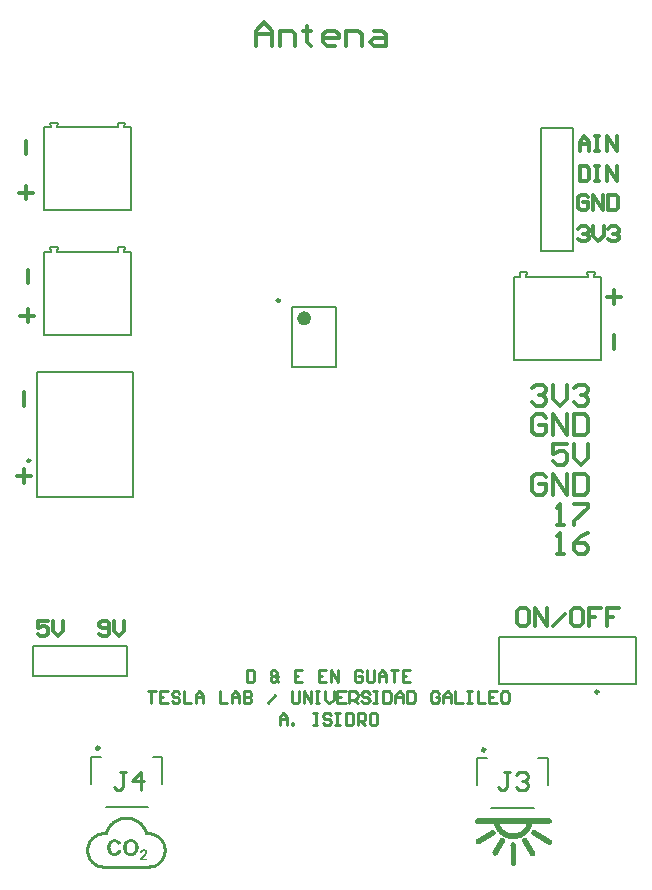
<source format=gto>
G04*
G04 #@! TF.GenerationSoftware,Altium Limited,Altium Designer,22.0.2 (36)*
G04*
G04 Layer_Color=65535*
%FSLAX23Y23*%
%MOIN*%
G70*
G04*
G04 #@! TF.SameCoordinates,FFE58276-D16A-40DC-94CB-801E61EA4FAC*
G04*
G04*
G04 #@! TF.FilePolarity,Positive*
G04*
G01*
G75*
%ADD10C,0.012*%
%ADD11C,0.010*%
%ADD12C,0.024*%
%ADD13C,0.005*%
%ADD14C,0.008*%
%ADD15C,0.012*%
%ADD16C,0.010*%
G36*
X2294Y604D02*
X2295D01*
Y603D01*
X2295D01*
Y603D01*
X2296D01*
Y603D01*
X2296D01*
Y603D01*
X2297D01*
Y603D01*
X2297D01*
Y602D01*
X2297D01*
Y602D01*
X2298D01*
Y602D01*
X2298D01*
Y602D01*
X2298D01*
Y601D01*
X2298D01*
Y601D01*
X2299D01*
Y601D01*
X2299D01*
Y601D01*
X2299D01*
Y601D01*
X2299D01*
Y600D01*
X2299D01*
Y600D01*
X2300D01*
Y600D01*
X2300D01*
Y600D01*
X2300D01*
Y599D01*
X2300D01*
Y599D01*
X2300D01*
Y598D01*
X2301D01*
Y598D01*
X2301D01*
Y597D01*
X2301D01*
Y597D01*
X2301D01*
Y595D01*
X2302D01*
Y593D01*
X2301D01*
Y592D01*
X2301D01*
Y591D01*
X2301D01*
Y591D01*
X2301D01*
Y590D01*
X2300D01*
Y590D01*
X2300D01*
Y589D01*
X2300D01*
Y589D01*
X2300D01*
Y589D01*
X2300D01*
Y589D01*
X2299D01*
Y588D01*
X2299D01*
Y588D01*
X2299D01*
Y588D01*
X2299D01*
Y588D01*
X2299D01*
Y588D01*
X2298D01*
Y587D01*
X2298D01*
Y587D01*
X2298D01*
Y587D01*
X2298D01*
Y587D01*
X2297D01*
Y586D01*
X2297D01*
Y586D01*
X2297D01*
Y586D01*
X2296D01*
Y586D01*
X2296D01*
Y586D01*
X2295D01*
Y585D01*
X2295D01*
Y585D01*
X2294D01*
Y585D01*
X2237D01*
Y584D01*
X2237D01*
Y583D01*
X2237D01*
Y582D01*
X2237D01*
Y582D01*
X2236D01*
Y581D01*
X2236D01*
Y580D01*
X2236D01*
Y580D01*
X2236D01*
Y579D01*
X2236D01*
Y579D01*
X2235D01*
Y578D01*
X2235D01*
Y577D01*
X2235D01*
Y577D01*
X2235D01*
Y576D01*
X2234D01*
Y576D01*
X2234D01*
Y575D01*
X2234D01*
Y575D01*
X2234D01*
Y574D01*
X2234D01*
Y574D01*
X2233D01*
Y573D01*
X2233D01*
Y573D01*
X2233D01*
Y572D01*
X2233D01*
Y572D01*
X2233D01*
Y571D01*
X2232D01*
Y571D01*
X2232D01*
Y570D01*
X2232D01*
Y570D01*
X2232D01*
Y570D01*
X2231D01*
Y569D01*
X2231D01*
Y569D01*
X2231D01*
Y569D01*
X2231D01*
Y568D01*
X2231D01*
Y568D01*
X2230D01*
Y567D01*
X2230D01*
Y567D01*
X2230D01*
Y567D01*
X2230D01*
Y566D01*
X2230D01*
Y566D01*
X2229D01*
Y566D01*
X2229D01*
Y565D01*
X2229D01*
Y565D01*
X2229D01*
Y565D01*
X2228D01*
Y564D01*
X2228D01*
Y564D01*
X2228D01*
Y564D01*
X2228D01*
Y563D01*
X2228D01*
Y563D01*
X2227D01*
Y563D01*
X2227D01*
Y562D01*
X2227D01*
Y562D01*
X2227D01*
Y562D01*
X2227D01*
Y561D01*
X2226D01*
Y561D01*
X2226D01*
Y561D01*
X2226D01*
Y561D01*
X2226D01*
Y560D01*
X2225D01*
Y560D01*
X2225D01*
Y560D01*
X2225D01*
Y560D01*
X2225D01*
Y559D01*
X2225D01*
Y559D01*
X2224D01*
Y559D01*
X2224D01*
Y558D01*
X2224D01*
Y558D01*
X2224D01*
Y558D01*
X2224D01*
Y558D01*
X2223D01*
Y557D01*
X2223D01*
Y557D01*
X2223D01*
Y557D01*
X2223D01*
Y557D01*
X2222D01*
Y557D01*
X2222D01*
Y556D01*
X2222D01*
Y556D01*
X2222D01*
Y556D01*
X2222D01*
Y555D01*
X2221D01*
Y555D01*
X2221D01*
Y555D01*
X2221D01*
Y555D01*
X2221D01*
Y555D01*
X2221D01*
Y554D01*
X2220D01*
Y554D01*
X2220D01*
Y554D01*
X2220D01*
Y554D01*
X2220D01*
Y554D01*
X2219D01*
Y553D01*
X2219D01*
Y553D01*
X2219D01*
Y553D01*
X2219D01*
Y553D01*
X2219D01*
Y552D01*
X2218D01*
Y552D01*
X2218D01*
Y552D01*
X2218D01*
Y552D01*
X2218D01*
Y552D01*
X2217D01*
Y551D01*
X2217D01*
Y551D01*
X2217D01*
Y551D01*
X2217D01*
Y551D01*
X2216D01*
Y551D01*
X2216D01*
Y550D01*
X2216D01*
Y550D01*
X2216D01*
Y550D01*
X2215D01*
Y550D01*
X2215D01*
Y549D01*
X2215D01*
Y549D01*
X2215D01*
Y549D01*
X2214D01*
Y549D01*
X2214D01*
Y549D01*
X2214D01*
Y548D01*
X2213D01*
Y548D01*
X2213D01*
Y548D01*
X2213D01*
Y548D01*
X2213D01*
Y548D01*
X2212D01*
Y547D01*
X2212D01*
Y547D01*
X2212D01*
Y547D01*
X2212D01*
Y547D01*
X2211D01*
Y546D01*
X2211D01*
Y546D01*
X2211D01*
Y546D01*
X2210D01*
Y546D01*
X2210D01*
Y546D01*
X2210D01*
Y545D01*
X2209D01*
Y545D01*
X2209D01*
Y545D01*
X2209D01*
Y545D01*
X2208D01*
Y545D01*
X2208D01*
Y544D01*
X2208D01*
Y544D01*
X2207D01*
Y544D01*
X2207D01*
Y544D01*
X2207D01*
Y543D01*
X2206D01*
Y543D01*
X2206D01*
Y543D01*
X2206D01*
Y543D01*
X2205D01*
Y543D01*
X2205D01*
Y542D01*
X2204D01*
Y542D01*
X2204D01*
Y542D01*
X2204D01*
Y542D01*
X2203D01*
Y542D01*
X2203D01*
Y541D01*
X2202D01*
Y541D01*
X2202D01*
Y541D01*
X2201D01*
Y541D01*
X2201D01*
Y540D01*
X2200D01*
Y540D01*
X2200D01*
Y540D01*
X2200D01*
Y540D01*
X2199D01*
Y540D01*
X2198D01*
Y539D01*
X2198D01*
Y539D01*
X2197D01*
Y539D01*
X2197D01*
Y539D01*
X2196D01*
Y539D01*
X2196D01*
Y538D01*
X2195D01*
Y538D01*
X2195D01*
Y538D01*
X2194D01*
Y538D01*
X2193D01*
Y537D01*
X2193D01*
Y537D01*
X2192D01*
Y537D01*
X2191D01*
Y537D01*
X2190D01*
Y537D01*
X2189D01*
Y536D01*
X2189D01*
Y536D01*
X2188D01*
Y536D01*
X2187D01*
Y536D01*
X2186D01*
Y536D01*
X2185D01*
Y535D01*
X2183D01*
Y535D01*
X2182D01*
Y535D01*
X2180D01*
Y535D01*
X2178D01*
Y534D01*
X2168D01*
Y535D01*
X2166D01*
Y535D01*
X2164D01*
Y535D01*
X2163D01*
Y535D01*
X2161D01*
Y536D01*
X2160D01*
Y536D01*
X2159D01*
Y536D01*
X2158D01*
Y536D01*
X2157D01*
Y536D01*
X2156D01*
Y537D01*
X2155D01*
Y537D01*
X2155D01*
Y537D01*
X2154D01*
Y537D01*
X2153D01*
Y537D01*
X2153D01*
Y538D01*
X2152D01*
Y538D01*
X2151D01*
Y538D01*
X2151D01*
Y538D01*
X2150D01*
Y539D01*
X2150D01*
Y539D01*
X2149D01*
Y539D01*
X2148D01*
Y539D01*
X2148D01*
Y539D01*
X2148D01*
Y540D01*
X2147D01*
Y540D01*
X2146D01*
Y540D01*
X2146D01*
Y540D01*
X2145D01*
Y540D01*
X2145D01*
Y541D01*
X2145D01*
Y541D01*
X2144D01*
Y541D01*
X2144D01*
Y541D01*
X2143D01*
Y542D01*
X2143D01*
Y542D01*
X2142D01*
Y542D01*
X2142D01*
Y542D01*
X2142D01*
Y542D01*
X2141D01*
Y543D01*
X2141D01*
Y543D01*
X2140D01*
Y543D01*
X2140D01*
Y543D01*
X2140D01*
Y543D01*
X2139D01*
Y544D01*
X2139D01*
Y544D01*
X2139D01*
Y544D01*
X2138D01*
Y544D01*
X2138D01*
Y545D01*
X2137D01*
Y545D01*
X2137D01*
Y545D01*
X2137D01*
Y545D01*
X2137D01*
Y545D01*
X2136D01*
Y546D01*
X2136D01*
Y546D01*
X2136D01*
Y546D01*
X2135D01*
Y546D01*
X2135D01*
Y546D01*
X2135D01*
Y547D01*
X2134D01*
Y547D01*
X2134D01*
Y547D01*
X2134D01*
Y547D01*
X2133D01*
Y548D01*
X2133D01*
Y548D01*
X2133D01*
Y548D01*
X2133D01*
Y548D01*
X2132D01*
Y548D01*
X2132D01*
Y549D01*
X2132D01*
Y549D01*
X2131D01*
Y549D01*
X2131D01*
Y549D01*
X2131D01*
Y549D01*
X2131D01*
Y550D01*
X2131D01*
Y550D01*
X2130D01*
Y550D01*
X2130D01*
Y550D01*
X2130D01*
Y551D01*
X2130D01*
Y551D01*
X2129D01*
Y551D01*
X2129D01*
Y551D01*
X2129D01*
Y551D01*
X2128D01*
Y552D01*
X2128D01*
Y552D01*
X2128D01*
Y552D01*
X2128D01*
Y552D01*
X2128D01*
Y552D01*
X2127D01*
Y553D01*
X2127D01*
Y553D01*
X2127D01*
Y553D01*
X2127D01*
Y553D01*
X2127D01*
Y554D01*
X2126D01*
Y554D01*
X2126D01*
Y554D01*
X2126D01*
Y554D01*
X2126D01*
Y554D01*
X2125D01*
Y555D01*
X2125D01*
Y555D01*
X2125D01*
Y555D01*
X2125D01*
Y555D01*
X2125D01*
Y555D01*
X2124D01*
Y556D01*
X2124D01*
Y556D01*
X2124D01*
Y556D01*
X2124D01*
Y556D01*
X2124D01*
Y557D01*
X2123D01*
Y557D01*
X2123D01*
Y557D01*
X2123D01*
Y557D01*
X2123D01*
Y558D01*
X2122D01*
Y558D01*
X2122D01*
Y558D01*
X2122D01*
Y558D01*
X2122D01*
Y559D01*
X2122D01*
Y559D01*
X2121D01*
Y559D01*
X2121D01*
Y560D01*
X2121D01*
Y560D01*
X2121D01*
Y560D01*
X2121D01*
Y560D01*
X2120D01*
Y561D01*
X2120D01*
Y561D01*
X2120D01*
Y561D01*
X2120D01*
Y561D01*
X2119D01*
Y562D01*
X2119D01*
Y562D01*
X2119D01*
Y562D01*
X2119D01*
Y563D01*
X2119D01*
Y563D01*
X2118D01*
Y563D01*
X2118D01*
Y564D01*
X2118D01*
Y564D01*
X2118D01*
Y564D01*
X2118D01*
Y564D01*
X2117D01*
Y565D01*
X2117D01*
Y565D01*
X2117D01*
Y566D01*
X2117D01*
Y566D01*
X2116D01*
Y566D01*
X2116D01*
Y567D01*
X2116D01*
Y567D01*
X2116D01*
Y567D01*
X2116D01*
Y568D01*
X2115D01*
Y568D01*
X2115D01*
Y568D01*
X2115D01*
Y569D01*
X2115D01*
Y569D01*
X2115D01*
Y570D01*
X2114D01*
Y570D01*
X2114D01*
Y570D01*
X2114D01*
Y571D01*
X2114D01*
Y571D01*
X2113D01*
Y572D01*
X2113D01*
Y572D01*
X2113D01*
Y573D01*
X2113D01*
Y573D01*
X2113D01*
Y573D01*
X2112D01*
Y574D01*
X2112D01*
Y575D01*
X2112D01*
Y575D01*
X2112D01*
Y575D01*
X2112D01*
Y576D01*
X2111D01*
Y576D01*
X2111D01*
Y577D01*
X2111D01*
Y578D01*
X2111D01*
Y578D01*
X2110D01*
Y579D01*
X2110D01*
Y579D01*
X2110D01*
Y580D01*
X2110D01*
Y581D01*
X2110D01*
Y582D01*
X2109D01*
Y582D01*
X2109D01*
Y583D01*
X2109D01*
Y584D01*
X2109D01*
Y585D01*
X2109D01*
Y585D01*
X2054D01*
Y585D01*
X2053D01*
Y585D01*
X2052D01*
Y586D01*
X2052D01*
Y586D01*
X2052D01*
Y586D01*
X2051D01*
Y586D01*
X2051D01*
Y586D01*
X2050D01*
Y587D01*
X2050D01*
Y587D01*
X2050D01*
Y587D01*
X2050D01*
Y587D01*
X2049D01*
Y588D01*
X2049D01*
Y588D01*
X2049D01*
Y588D01*
X2049D01*
Y588D01*
X2049D01*
Y589D01*
X2048D01*
Y589D01*
X2048D01*
Y589D01*
X2048D01*
Y589D01*
X2048D01*
Y590D01*
X2047D01*
Y590D01*
X2047D01*
Y591D01*
X2047D01*
Y591D01*
X2047D01*
Y592D01*
X2047D01*
Y593D01*
X2046D01*
Y596D01*
X2047D01*
Y597D01*
X2047D01*
Y598D01*
X2047D01*
Y598D01*
X2047D01*
Y599D01*
X2047D01*
Y599D01*
X2048D01*
Y599D01*
X2048D01*
Y600D01*
X2048D01*
Y600D01*
X2048D01*
Y600D01*
X2049D01*
Y601D01*
X2049D01*
Y601D01*
X2049D01*
Y601D01*
X2049D01*
Y601D01*
X2049D01*
Y601D01*
X2050D01*
Y602D01*
X2050D01*
Y602D01*
X2050D01*
Y602D01*
X2050D01*
Y602D01*
X2051D01*
Y603D01*
X2051D01*
Y603D01*
X2052D01*
Y603D01*
X2052D01*
Y603D01*
X2053D01*
Y603D01*
X2053D01*
Y604D01*
X2054D01*
Y604D01*
X2294D01*
Y604D01*
D02*
G37*
G36*
X2107Y565D02*
X2107D01*
Y565D01*
X2108D01*
Y564D01*
X2109D01*
Y564D01*
X2109D01*
Y564D01*
X2110D01*
Y564D01*
X2110D01*
Y564D01*
X2110D01*
Y563D01*
X2111D01*
Y563D01*
X2111D01*
Y563D01*
X2111D01*
Y563D01*
X2111D01*
Y563D01*
X2112D01*
Y562D01*
X2112D01*
Y562D01*
X2112D01*
Y562D01*
X2112D01*
Y562D01*
X2112D01*
Y561D01*
X2113D01*
Y561D01*
X2113D01*
Y561D01*
X2113D01*
Y561D01*
X2113D01*
Y560D01*
X2113D01*
Y560D01*
X2114D01*
Y559D01*
X2114D01*
Y559D01*
X2114D01*
Y558D01*
X2114D01*
Y557D01*
X2115D01*
Y554D01*
X2114D01*
Y553D01*
X2114D01*
Y552D01*
X2114D01*
Y552D01*
X2114D01*
Y551D01*
X2113D01*
Y551D01*
X2113D01*
Y551D01*
X2113D01*
Y550D01*
X2113D01*
Y550D01*
X2113D01*
Y550D01*
X2112D01*
Y549D01*
X2112D01*
Y549D01*
X2112D01*
Y549D01*
X2112D01*
Y549D01*
X2112D01*
Y549D01*
X2111D01*
Y548D01*
X2111D01*
Y548D01*
X2111D01*
Y548D01*
X2110D01*
Y548D01*
X2110D01*
Y548D01*
X2110D01*
Y547D01*
X2110D01*
Y547D01*
X2109D01*
Y547D01*
X2109D01*
Y547D01*
X2109D01*
Y546D01*
X2108D01*
Y546D01*
X2108D01*
Y546D01*
X2107D01*
Y546D01*
X2107D01*
Y546D01*
X2107D01*
Y545D01*
X2106D01*
Y545D01*
X2106D01*
Y545D01*
X2106D01*
Y545D01*
X2105D01*
Y545D01*
X2105D01*
Y544D01*
X2104D01*
Y544D01*
X2104D01*
Y544D01*
X2104D01*
Y544D01*
X2103D01*
Y543D01*
X2103D01*
Y543D01*
X2103D01*
Y543D01*
X2102D01*
Y543D01*
X2102D01*
Y543D01*
X2102D01*
Y542D01*
X2101D01*
Y542D01*
X2101D01*
Y542D01*
X2101D01*
Y542D01*
X2100D01*
Y542D01*
X2100D01*
Y541D01*
X2100D01*
Y541D01*
X2099D01*
Y541D01*
X2099D01*
Y541D01*
X2098D01*
Y540D01*
X2098D01*
Y540D01*
X2098D01*
Y540D01*
X2097D01*
Y540D01*
X2097D01*
Y540D01*
X2097D01*
Y539D01*
X2096D01*
Y539D01*
X2096D01*
Y539D01*
X2095D01*
Y539D01*
X2095D01*
Y539D01*
X2095D01*
Y538D01*
X2094D01*
Y538D01*
X2094D01*
Y538D01*
X2094D01*
Y538D01*
X2093D01*
Y537D01*
X2093D01*
Y537D01*
X2093D01*
Y537D01*
X2092D01*
Y537D01*
X2092D01*
Y537D01*
X2092D01*
Y536D01*
X2091D01*
Y536D01*
X2091D01*
Y536D01*
X2091D01*
Y536D01*
X2090D01*
Y536D01*
X2090D01*
Y535D01*
X2089D01*
Y535D01*
X2089D01*
Y535D01*
X2089D01*
Y535D01*
X2088D01*
Y534D01*
X2088D01*
Y534D01*
X2088D01*
Y534D01*
X2087D01*
Y534D01*
X2087D01*
Y534D01*
X2086D01*
Y533D01*
X2086D01*
Y533D01*
X2086D01*
Y533D01*
X2085D01*
Y533D01*
X2085D01*
Y533D01*
X2085D01*
Y532D01*
X2084D01*
Y532D01*
X2084D01*
Y532D01*
X2084D01*
Y532D01*
X2083D01*
Y531D01*
X2083D01*
Y531D01*
X2083D01*
Y531D01*
X2082D01*
Y531D01*
X2082D01*
Y531D01*
X2082D01*
Y530D01*
X2081D01*
Y530D01*
X2081D01*
Y530D01*
X2080D01*
Y530D01*
X2080D01*
Y530D01*
X2080D01*
Y529D01*
X2079D01*
Y529D01*
X2079D01*
Y529D01*
X2079D01*
Y529D01*
X2078D01*
Y528D01*
X2078D01*
Y528D01*
X2078D01*
Y528D01*
X2077D01*
Y528D01*
X2077D01*
Y528D01*
X2076D01*
Y527D01*
X2076D01*
Y527D01*
X2076D01*
Y527D01*
X2075D01*
Y527D01*
X2075D01*
Y527D01*
X2075D01*
Y526D01*
X2074D01*
Y526D01*
X2074D01*
Y526D01*
X2074D01*
Y526D01*
X2073D01*
Y525D01*
X2073D01*
Y525D01*
X2073D01*
Y525D01*
X2072D01*
Y525D01*
X2072D01*
Y525D01*
X2071D01*
Y524D01*
X2071D01*
Y524D01*
X2071D01*
Y524D01*
X2070D01*
Y524D01*
X2070D01*
Y524D01*
X2070D01*
Y523D01*
X2069D01*
Y523D01*
X2069D01*
Y523D01*
X2069D01*
Y523D01*
X2068D01*
Y522D01*
X2068D01*
Y522D01*
X2068D01*
Y522D01*
X2067D01*
Y522D01*
X2067D01*
Y522D01*
X2067D01*
Y521D01*
X2066D01*
Y521D01*
X2066D01*
Y521D01*
X2065D01*
Y521D01*
X2065D01*
Y521D01*
X2065D01*
Y520D01*
X2064D01*
Y520D01*
X2064D01*
Y520D01*
X2064D01*
Y520D01*
X2063D01*
Y519D01*
X2063D01*
Y519D01*
X2062D01*
Y519D01*
X2062D01*
Y519D01*
X2062D01*
Y519D01*
X2061D01*
Y518D01*
X2061D01*
Y518D01*
X2060D01*
Y518D01*
X2059D01*
Y518D01*
X2058D01*
Y518D01*
X2056D01*
Y518D01*
X2055D01*
Y518D01*
X2054D01*
Y518D01*
X2054D01*
Y518D01*
X2053D01*
Y519D01*
X2053D01*
Y519D01*
X2052D01*
Y519D01*
X2052D01*
Y519D01*
X2052D01*
Y519D01*
X2052D01*
Y520D01*
X2051D01*
Y520D01*
X2051D01*
Y520D01*
X2051D01*
Y520D01*
X2050D01*
Y521D01*
X2050D01*
Y521D01*
X2050D01*
Y521D01*
X2050D01*
Y521D01*
X2050D01*
Y522D01*
X2049D01*
Y522D01*
X2049D01*
Y522D01*
X2049D01*
Y523D01*
X2049D01*
Y523D01*
X2049D01*
Y524D01*
X2048D01*
Y524D01*
X2048D01*
Y525D01*
X2048D01*
Y526D01*
X2048D01*
Y528D01*
X2048D01*
Y529D01*
X2048D01*
Y530D01*
X2048D01*
Y531D01*
X2049D01*
Y531D01*
X2049D01*
Y531D01*
X2049D01*
Y532D01*
X2049D01*
Y532D01*
X2049D01*
Y533D01*
X2050D01*
Y533D01*
X2050D01*
Y533D01*
X2050D01*
Y533D01*
X2050D01*
Y534D01*
X2050D01*
Y534D01*
X2051D01*
Y534D01*
X2051D01*
Y534D01*
X2051D01*
Y534D01*
X2051D01*
Y535D01*
X2052D01*
Y535D01*
X2052D01*
Y535D01*
X2052D01*
Y535D01*
X2053D01*
Y536D01*
X2053D01*
Y536D01*
X2053D01*
Y536D01*
X2054D01*
Y536D01*
X2054D01*
Y536D01*
X2055D01*
Y537D01*
X2055D01*
Y537D01*
X2055D01*
Y537D01*
X2056D01*
Y537D01*
X2056D01*
Y537D01*
X2056D01*
Y538D01*
X2057D01*
Y538D01*
X2057D01*
Y538D01*
X2057D01*
Y538D01*
X2058D01*
Y539D01*
X2058D01*
Y539D01*
X2058D01*
Y539D01*
X2059D01*
Y539D01*
X2059D01*
Y539D01*
X2059D01*
Y540D01*
X2060D01*
Y540D01*
X2060D01*
Y540D01*
X2061D01*
Y540D01*
X2061D01*
Y540D01*
X2061D01*
Y541D01*
X2062D01*
Y541D01*
X2062D01*
Y541D01*
X2062D01*
Y541D01*
X2063D01*
Y542D01*
X2063D01*
Y542D01*
X2064D01*
Y542D01*
X2064D01*
Y542D01*
X2064D01*
Y542D01*
X2065D01*
Y543D01*
X2065D01*
Y543D01*
X2065D01*
Y543D01*
X2066D01*
Y543D01*
X2066D01*
Y543D01*
X2066D01*
Y544D01*
X2067D01*
Y544D01*
X2067D01*
Y544D01*
X2067D01*
Y544D01*
X2068D01*
Y545D01*
X2068D01*
Y545D01*
X2068D01*
Y545D01*
X2069D01*
Y545D01*
X2069D01*
Y545D01*
X2070D01*
Y546D01*
X2070D01*
Y546D01*
X2070D01*
Y546D01*
X2071D01*
Y546D01*
X2071D01*
Y546D01*
X2071D01*
Y547D01*
X2072D01*
Y547D01*
X2072D01*
Y547D01*
X2072D01*
Y547D01*
X2073D01*
Y548D01*
X2073D01*
Y548D01*
X2073D01*
Y548D01*
X2074D01*
Y548D01*
X2074D01*
Y548D01*
X2075D01*
Y549D01*
X2075D01*
Y549D01*
X2075D01*
Y549D01*
X2076D01*
Y549D01*
X2076D01*
Y549D01*
X2076D01*
Y550D01*
X2077D01*
Y550D01*
X2077D01*
Y550D01*
X2077D01*
Y550D01*
X2078D01*
Y551D01*
X2078D01*
Y551D01*
X2079D01*
Y551D01*
X2079D01*
Y551D01*
X2079D01*
Y551D01*
X2080D01*
Y552D01*
X2080D01*
Y552D01*
X2080D01*
Y552D01*
X2081D01*
Y552D01*
X2081D01*
Y552D01*
X2081D01*
Y553D01*
X2082D01*
Y553D01*
X2082D01*
Y553D01*
X2082D01*
Y553D01*
X2083D01*
Y554D01*
X2083D01*
Y554D01*
X2083D01*
Y554D01*
X2084D01*
Y554D01*
X2084D01*
Y554D01*
X2085D01*
Y555D01*
X2085D01*
Y555D01*
X2085D01*
Y555D01*
X2086D01*
Y555D01*
X2086D01*
Y555D01*
X2086D01*
Y556D01*
X2087D01*
Y556D01*
X2087D01*
Y556D01*
X2088D01*
Y556D01*
X2088D01*
Y557D01*
X2088D01*
Y557D01*
X2089D01*
Y557D01*
X2089D01*
Y557D01*
X2089D01*
Y557D01*
X2090D01*
Y558D01*
X2090D01*
Y558D01*
X2090D01*
Y558D01*
X2091D01*
Y558D01*
X2091D01*
Y558D01*
X2091D01*
Y559D01*
X2092D01*
Y559D01*
X2092D01*
Y559D01*
X2092D01*
Y559D01*
X2093D01*
Y560D01*
X2093D01*
Y560D01*
X2094D01*
Y560D01*
X2094D01*
Y560D01*
X2094D01*
Y560D01*
X2095D01*
Y561D01*
X2095D01*
Y561D01*
X2095D01*
Y561D01*
X2096D01*
Y561D01*
X2096D01*
Y561D01*
X2097D01*
Y562D01*
X2097D01*
Y562D01*
X2097D01*
Y562D01*
X2098D01*
Y562D01*
X2098D01*
Y563D01*
X2098D01*
Y563D01*
X2099D01*
Y563D01*
X2099D01*
Y563D01*
X2099D01*
Y563D01*
X2100D01*
Y564D01*
X2100D01*
Y564D01*
X2100D01*
Y564D01*
X2101D01*
Y564D01*
X2101D01*
Y564D01*
X2102D01*
Y565D01*
X2103D01*
Y565D01*
X2104D01*
Y565D01*
X2107D01*
Y565D01*
D02*
G37*
G36*
X2244D02*
X2245D01*
Y565D01*
X2246D01*
Y564D01*
X2246D01*
Y564D01*
X2247D01*
Y564D01*
X2247D01*
Y564D01*
X2248D01*
Y564D01*
X2248D01*
Y563D01*
X2248D01*
Y563D01*
X2249D01*
Y563D01*
X2249D01*
Y563D01*
X2249D01*
Y563D01*
X2250D01*
Y562D01*
X2250D01*
Y562D01*
X2251D01*
Y562D01*
X2251D01*
Y562D01*
X2251D01*
Y561D01*
X2252D01*
Y561D01*
X2252D01*
Y561D01*
X2252D01*
Y561D01*
X2252D01*
Y561D01*
X2253D01*
Y560D01*
X2253D01*
Y560D01*
X2254D01*
Y560D01*
X2254D01*
Y560D01*
X2254D01*
Y560D01*
X2255D01*
Y559D01*
X2255D01*
Y559D01*
X2255D01*
Y559D01*
X2256D01*
Y559D01*
X2256D01*
Y558D01*
X2256D01*
Y558D01*
X2257D01*
Y558D01*
X2257D01*
Y558D01*
X2257D01*
Y558D01*
X2258D01*
Y557D01*
X2258D01*
Y557D01*
X2258D01*
Y557D01*
X2259D01*
Y557D01*
X2259D01*
Y557D01*
X2260D01*
Y556D01*
X2260D01*
Y556D01*
X2260D01*
Y556D01*
X2261D01*
Y556D01*
X2261D01*
Y555D01*
X2261D01*
Y555D01*
X2262D01*
Y555D01*
X2262D01*
Y555D01*
X2262D01*
Y555D01*
X2263D01*
Y554D01*
X2263D01*
Y554D01*
X2263D01*
Y554D01*
X2264D01*
Y554D01*
X2264D01*
Y554D01*
X2264D01*
Y553D01*
X2265D01*
Y553D01*
X2265D01*
Y553D01*
X2266D01*
Y553D01*
X2266D01*
Y552D01*
X2266D01*
Y552D01*
X2267D01*
Y552D01*
X2267D01*
Y552D01*
X2267D01*
Y552D01*
X2268D01*
Y551D01*
X2268D01*
Y551D01*
X2268D01*
Y551D01*
X2269D01*
Y551D01*
X2269D01*
Y551D01*
X2269D01*
Y550D01*
X2270D01*
Y550D01*
X2270D01*
Y550D01*
X2270D01*
Y550D01*
X2271D01*
Y549D01*
X2271D01*
Y549D01*
X2272D01*
Y549D01*
X2272D01*
Y549D01*
X2272D01*
Y549D01*
X2272D01*
Y548D01*
X2273D01*
Y548D01*
X2273D01*
Y548D01*
X2273D01*
Y548D01*
X2274D01*
Y548D01*
X2274D01*
Y547D01*
X2275D01*
Y547D01*
X2275D01*
Y547D01*
X2275D01*
Y547D01*
X2276D01*
Y546D01*
X2276D01*
Y546D01*
X2276D01*
Y546D01*
X2277D01*
Y546D01*
X2277D01*
Y546D01*
X2277D01*
Y545D01*
X2278D01*
Y545D01*
X2278D01*
Y545D01*
X2278D01*
Y545D01*
X2279D01*
Y545D01*
X2279D01*
Y544D01*
X2279D01*
Y544D01*
X2280D01*
Y544D01*
X2280D01*
Y544D01*
X2281D01*
Y543D01*
X2281D01*
Y543D01*
X2281D01*
Y543D01*
X2282D01*
Y543D01*
X2282D01*
Y543D01*
X2282D01*
Y542D01*
X2283D01*
Y542D01*
X2283D01*
Y542D01*
X2283D01*
Y542D01*
X2284D01*
Y542D01*
X2284D01*
Y541D01*
X2284D01*
Y541D01*
X2285D01*
Y541D01*
X2285D01*
Y541D01*
X2285D01*
Y540D01*
X2286D01*
Y540D01*
X2286D01*
Y540D01*
X2287D01*
Y540D01*
X2287D01*
Y540D01*
X2287D01*
Y539D01*
X2288D01*
Y539D01*
X2288D01*
Y539D01*
X2288D01*
Y539D01*
X2289D01*
Y539D01*
X2289D01*
Y538D01*
X2289D01*
Y538D01*
X2290D01*
Y538D01*
X2290D01*
Y538D01*
X2290D01*
Y537D01*
X2291D01*
Y537D01*
X2291D01*
Y537D01*
X2291D01*
Y537D01*
X2292D01*
Y537D01*
X2292D01*
Y536D01*
X2292D01*
Y536D01*
X2293D01*
Y536D01*
X2293D01*
Y536D01*
X2293D01*
Y536D01*
X2294D01*
Y535D01*
X2294D01*
Y535D01*
X2294D01*
Y535D01*
X2295D01*
Y535D01*
X2295D01*
Y534D01*
X2296D01*
Y534D01*
X2296D01*
Y534D01*
X2296D01*
Y534D01*
X2297D01*
Y534D01*
X2297D01*
Y533D01*
X2297D01*
Y533D01*
X2298D01*
Y533D01*
X2298D01*
Y533D01*
X2298D01*
Y533D01*
X2299D01*
Y532D01*
X2299D01*
Y532D01*
X2299D01*
Y532D01*
X2300D01*
Y532D01*
X2300D01*
Y531D01*
X2300D01*
Y531D01*
X2300D01*
Y531D01*
X2301D01*
Y531D01*
X2301D01*
Y531D01*
X2301D01*
Y530D01*
X2301D01*
Y530D01*
X2302D01*
Y530D01*
X2302D01*
Y530D01*
X2302D01*
Y529D01*
X2302D01*
Y529D01*
X2302D01*
Y528D01*
X2303D01*
Y528D01*
X2303D01*
Y528D01*
X2303D01*
Y527D01*
X2303D01*
Y526D01*
X2303D01*
Y522D01*
X2303D01*
Y521D01*
X2303D01*
Y521D01*
X2303D01*
Y520D01*
X2303D01*
Y520D01*
X2302D01*
Y519D01*
X2302D01*
Y519D01*
X2302D01*
Y519D01*
X2302D01*
Y518D01*
X2302D01*
Y518D01*
X2301D01*
Y518D01*
X2301D01*
Y518D01*
X2301D01*
Y518D01*
X2301D01*
Y517D01*
X2300D01*
Y517D01*
X2300D01*
Y517D01*
X2300D01*
Y517D01*
X2300D01*
Y516D01*
X2299D01*
Y516D01*
X2299D01*
Y516D01*
X2299D01*
Y516D01*
X2299D01*
Y516D01*
X2298D01*
Y515D01*
X2297D01*
Y515D01*
X2297D01*
Y515D01*
X2296D01*
Y515D01*
X2295D01*
Y515D01*
X2293D01*
Y515D01*
X2292D01*
Y515D01*
X2291D01*
Y515D01*
X2291D01*
Y515D01*
X2290D01*
Y516D01*
X2290D01*
Y516D01*
X2289D01*
Y516D01*
X2289D01*
Y516D01*
X2288D01*
Y516D01*
X2288D01*
Y517D01*
X2288D01*
Y517D01*
X2287D01*
Y517D01*
X2287D01*
Y517D01*
X2287D01*
Y518D01*
X2287D01*
Y518D01*
X2286D01*
Y518D01*
X2286D01*
Y518D01*
X2285D01*
Y518D01*
X2285D01*
Y519D01*
X2285D01*
Y519D01*
X2284D01*
Y519D01*
X2284D01*
Y519D01*
X2284D01*
Y519D01*
X2283D01*
Y520D01*
X2283D01*
Y520D01*
X2283D01*
Y520D01*
X2282D01*
Y520D01*
X2282D01*
Y521D01*
X2282D01*
Y521D01*
X2281D01*
Y521D01*
X2281D01*
Y521D01*
X2281D01*
Y521D01*
X2280D01*
Y522D01*
X2280D01*
Y522D01*
X2279D01*
Y522D01*
X2279D01*
Y522D01*
X2279D01*
Y522D01*
X2278D01*
Y523D01*
X2278D01*
Y523D01*
X2278D01*
Y523D01*
X2277D01*
Y523D01*
X2277D01*
Y524D01*
X2277D01*
Y524D01*
X2276D01*
Y524D01*
X2276D01*
Y524D01*
X2276D01*
Y524D01*
X2275D01*
Y525D01*
X2275D01*
Y525D01*
X2275D01*
Y525D01*
X2274D01*
Y525D01*
X2274D01*
Y525D01*
X2273D01*
Y526D01*
X2273D01*
Y526D01*
X2273D01*
Y526D01*
X2272D01*
Y526D01*
X2272D01*
Y527D01*
X2272D01*
Y527D01*
X2271D01*
Y527D01*
X2271D01*
Y527D01*
X2271D01*
Y527D01*
X2270D01*
Y528D01*
X2270D01*
Y528D01*
X2270D01*
Y528D01*
X2269D01*
Y528D01*
X2269D01*
Y528D01*
X2269D01*
Y529D01*
X2268D01*
Y529D01*
X2268D01*
Y529D01*
X2267D01*
Y529D01*
X2267D01*
Y530D01*
X2267D01*
Y530D01*
X2267D01*
Y530D01*
X2266D01*
Y530D01*
X2266D01*
Y530D01*
X2266D01*
Y531D01*
X2265D01*
Y531D01*
X2265D01*
Y531D01*
X2264D01*
Y531D01*
X2264D01*
Y531D01*
X2264D01*
Y532D01*
X2263D01*
Y532D01*
X2263D01*
Y532D01*
X2263D01*
Y532D01*
X2262D01*
Y533D01*
X2262D01*
Y533D01*
X2262D01*
Y533D01*
X2261D01*
Y533D01*
X2261D01*
Y533D01*
X2261D01*
Y534D01*
X2260D01*
Y534D01*
X2260D01*
Y534D01*
X2260D01*
Y534D01*
X2259D01*
Y534D01*
X2259D01*
Y535D01*
X2258D01*
Y535D01*
X2258D01*
Y535D01*
X2258D01*
Y535D01*
X2257D01*
Y536D01*
X2257D01*
Y536D01*
X2257D01*
Y536D01*
X2256D01*
Y536D01*
X2256D01*
Y536D01*
X2256D01*
Y537D01*
X2255D01*
Y537D01*
X2255D01*
Y537D01*
X2255D01*
Y537D01*
X2254D01*
Y537D01*
X2254D01*
Y538D01*
X2254D01*
Y538D01*
X2253D01*
Y538D01*
X2253D01*
Y538D01*
X2252D01*
Y539D01*
X2252D01*
Y539D01*
X2252D01*
Y539D01*
X2251D01*
Y539D01*
X2251D01*
Y539D01*
X2251D01*
Y540D01*
X2250D01*
Y540D01*
X2250D01*
Y540D01*
X2250D01*
Y540D01*
X2249D01*
Y540D01*
X2249D01*
Y541D01*
X2249D01*
Y541D01*
X2248D01*
Y541D01*
X2248D01*
Y541D01*
X2248D01*
Y542D01*
X2247D01*
Y542D01*
X2247D01*
Y542D01*
X2247D01*
Y542D01*
X2246D01*
Y542D01*
X2246D01*
Y543D01*
X2246D01*
Y543D01*
X2245D01*
Y543D01*
X2245D01*
Y543D01*
X2245D01*
Y543D01*
X2244D01*
Y544D01*
X2244D01*
Y544D01*
X2243D01*
Y544D01*
X2243D01*
Y544D01*
X2243D01*
Y545D01*
X2242D01*
Y545D01*
X2242D01*
Y545D01*
X2242D01*
Y545D01*
X2241D01*
Y545D01*
X2241D01*
Y546D01*
X2241D01*
Y546D01*
X2240D01*
Y546D01*
X2240D01*
Y546D01*
X2240D01*
Y546D01*
X2239D01*
Y547D01*
X2239D01*
Y547D01*
X2239D01*
Y547D01*
X2238D01*
Y547D01*
X2238D01*
Y548D01*
X2237D01*
Y548D01*
X2237D01*
Y548D01*
X2237D01*
Y548D01*
X2237D01*
Y548D01*
X2236D01*
Y549D01*
X2236D01*
Y549D01*
X2236D01*
Y549D01*
X2236D01*
Y549D01*
X2236D01*
Y549D01*
X2235D01*
Y550D01*
X2235D01*
Y550D01*
X2235D01*
Y550D01*
X2235D01*
Y551D01*
X2234D01*
Y551D01*
X2234D01*
Y551D01*
X2234D01*
Y552D01*
X2234D01*
Y552D01*
X2234D01*
Y553D01*
X2233D01*
Y554D01*
X2233D01*
Y557D01*
X2233D01*
Y558D01*
X2234D01*
Y559D01*
X2234D01*
Y559D01*
X2234D01*
Y560D01*
X2234D01*
Y560D01*
X2234D01*
Y561D01*
X2235D01*
Y561D01*
X2235D01*
Y561D01*
X2235D01*
Y561D01*
X2235D01*
Y562D01*
X2236D01*
Y562D01*
X2236D01*
Y562D01*
X2236D01*
Y562D01*
X2236D01*
Y563D01*
X2236D01*
Y563D01*
X2237D01*
Y563D01*
X2237D01*
Y563D01*
X2237D01*
Y563D01*
X2237D01*
Y564D01*
X2238D01*
Y564D01*
X2238D01*
Y564D01*
X2239D01*
Y564D01*
X2239D01*
Y564D01*
X2240D01*
Y565D01*
X2240D01*
Y565D01*
X2241D01*
Y565D01*
X2244D01*
Y565D01*
D02*
G37*
G36*
X2137Y539D02*
X2139D01*
Y539D01*
X2139D01*
Y539D01*
X2140D01*
Y539D01*
X2140D01*
Y538D01*
X2141D01*
Y538D01*
X2141D01*
Y538D01*
X2142D01*
Y538D01*
X2142D01*
Y537D01*
X2142D01*
Y537D01*
X2143D01*
Y537D01*
X2143D01*
Y537D01*
X2143D01*
Y537D01*
X2143D01*
Y536D01*
X2143D01*
Y536D01*
X2144D01*
Y536D01*
X2144D01*
Y536D01*
X2144D01*
Y536D01*
X2144D01*
Y535D01*
X2145D01*
Y535D01*
X2145D01*
Y534D01*
X2145D01*
Y534D01*
X2145D01*
Y534D01*
X2145D01*
Y533D01*
X2146D01*
Y533D01*
X2146D01*
Y532D01*
X2146D01*
Y528D01*
X2146D01*
Y527D01*
X2146D01*
Y527D01*
X2145D01*
Y526D01*
X2145D01*
Y525D01*
X2145D01*
Y525D01*
X2145D01*
Y525D01*
X2145D01*
Y524D01*
X2144D01*
Y524D01*
X2144D01*
Y524D01*
X2144D01*
Y523D01*
X2144D01*
Y523D01*
X2143D01*
Y522D01*
X2143D01*
Y522D01*
X2143D01*
Y522D01*
X2143D01*
Y521D01*
X2143D01*
Y521D01*
X2142D01*
Y521D01*
X2142D01*
Y520D01*
X2142D01*
Y520D01*
X2142D01*
Y520D01*
X2142D01*
Y519D01*
X2141D01*
Y519D01*
X2141D01*
Y518D01*
X2141D01*
Y518D01*
X2141D01*
Y518D01*
X2140D01*
Y517D01*
X2140D01*
Y517D01*
X2140D01*
Y517D01*
X2140D01*
Y516D01*
X2140D01*
Y516D01*
X2139D01*
Y516D01*
X2139D01*
Y515D01*
X2139D01*
Y515D01*
X2139D01*
Y515D01*
X2139D01*
Y514D01*
X2138D01*
Y514D01*
X2138D01*
Y513D01*
X2138D01*
Y513D01*
X2138D01*
Y513D01*
X2137D01*
Y512D01*
X2137D01*
Y512D01*
X2137D01*
Y512D01*
X2137D01*
Y511D01*
X2137D01*
Y511D01*
X2136D01*
Y510D01*
X2136D01*
Y510D01*
X2136D01*
Y510D01*
X2136D01*
Y509D01*
X2136D01*
Y509D01*
X2135D01*
Y509D01*
X2135D01*
Y508D01*
X2135D01*
Y508D01*
X2135D01*
Y507D01*
X2134D01*
Y507D01*
X2134D01*
Y507D01*
X2134D01*
Y506D01*
X2134D01*
Y506D01*
X2134D01*
Y506D01*
X2133D01*
Y505D01*
X2133D01*
Y505D01*
X2133D01*
Y504D01*
X2133D01*
Y504D01*
X2133D01*
Y504D01*
X2132D01*
Y503D01*
X2132D01*
Y503D01*
X2132D01*
Y503D01*
X2132D01*
Y502D01*
X2131D01*
Y502D01*
X2131D01*
Y502D01*
X2131D01*
Y501D01*
X2131D01*
Y501D01*
X2131D01*
Y501D01*
X2130D01*
Y500D01*
X2130D01*
Y500D01*
X2130D01*
Y499D01*
X2130D01*
Y499D01*
X2130D01*
Y499D01*
X2129D01*
Y498D01*
X2129D01*
Y498D01*
X2129D01*
Y498D01*
X2129D01*
Y497D01*
X2128D01*
Y497D01*
X2128D01*
Y497D01*
X2128D01*
Y496D01*
X2128D01*
Y496D01*
X2128D01*
Y495D01*
X2127D01*
Y495D01*
X2127D01*
Y495D01*
X2127D01*
Y494D01*
X2127D01*
Y494D01*
X2127D01*
Y494D01*
X2126D01*
Y493D01*
X2126D01*
Y493D01*
X2126D01*
Y492D01*
X2126D01*
Y492D01*
X2125D01*
Y492D01*
X2125D01*
Y491D01*
X2125D01*
Y491D01*
X2125D01*
Y491D01*
X2125D01*
Y490D01*
X2124D01*
Y490D01*
X2124D01*
Y489D01*
X2124D01*
Y489D01*
X2124D01*
Y489D01*
X2124D01*
Y488D01*
X2123D01*
Y488D01*
X2123D01*
Y488D01*
X2123D01*
Y487D01*
X2123D01*
Y487D01*
X2122D01*
Y486D01*
X2122D01*
Y486D01*
X2122D01*
Y486D01*
X2122D01*
Y485D01*
X2122D01*
Y485D01*
X2121D01*
Y485D01*
X2121D01*
Y484D01*
X2121D01*
Y484D01*
X2121D01*
Y484D01*
X2121D01*
Y483D01*
X2120D01*
Y483D01*
X2120D01*
Y483D01*
X2120D01*
Y483D01*
X2120D01*
Y482D01*
X2119D01*
Y482D01*
X2119D01*
Y482D01*
X2119D01*
Y482D01*
X2119D01*
Y482D01*
X2118D01*
Y481D01*
X2118D01*
Y481D01*
X2118D01*
Y481D01*
X2117D01*
Y481D01*
X2117D01*
Y480D01*
X2116D01*
Y480D01*
X2116D01*
Y480D01*
X2115D01*
Y480D01*
X2114D01*
Y480D01*
X2112D01*
Y480D01*
X2110D01*
Y480D01*
X2110D01*
Y480D01*
X2109D01*
Y480D01*
X2109D01*
Y481D01*
X2108D01*
Y481D01*
X2108D01*
Y481D01*
X2108D01*
Y481D01*
X2107D01*
Y482D01*
X2107D01*
Y482D01*
X2107D01*
Y482D01*
X2107D01*
Y482D01*
X2106D01*
Y482D01*
X2106D01*
Y483D01*
X2106D01*
Y483D01*
X2106D01*
Y483D01*
X2105D01*
Y483D01*
X2105D01*
Y484D01*
X2105D01*
Y484D01*
X2105D01*
Y485D01*
X2104D01*
Y485D01*
X2104D01*
Y485D01*
X2104D01*
Y486D01*
X2104D01*
Y486D01*
X2104D01*
Y487D01*
X2103D01*
Y491D01*
X2104D01*
Y492D01*
X2104D01*
Y492D01*
X2104D01*
Y493D01*
X2104D01*
Y494D01*
X2104D01*
Y494D01*
X2105D01*
Y494D01*
X2105D01*
Y495D01*
X2105D01*
Y495D01*
X2105D01*
Y495D01*
X2106D01*
Y496D01*
X2106D01*
Y496D01*
X2106D01*
Y496D01*
X2106D01*
Y497D01*
X2106D01*
Y497D01*
X2107D01*
Y498D01*
X2107D01*
Y498D01*
X2107D01*
Y498D01*
X2107D01*
Y499D01*
X2107D01*
Y499D01*
X2108D01*
Y499D01*
X2108D01*
Y500D01*
X2108D01*
Y500D01*
X2108D01*
Y500D01*
X2109D01*
Y501D01*
X2109D01*
Y501D01*
X2109D01*
Y501D01*
X2109D01*
Y502D01*
X2109D01*
Y502D01*
X2110D01*
Y503D01*
X2110D01*
Y503D01*
X2110D01*
Y503D01*
X2110D01*
Y504D01*
X2110D01*
Y504D01*
X2111D01*
Y504D01*
X2111D01*
Y505D01*
X2111D01*
Y505D01*
X2111D01*
Y506D01*
X2112D01*
Y506D01*
X2112D01*
Y506D01*
X2112D01*
Y507D01*
X2112D01*
Y507D01*
X2112D01*
Y507D01*
X2113D01*
Y508D01*
X2113D01*
Y508D01*
X2113D01*
Y509D01*
X2113D01*
Y509D01*
X2113D01*
Y509D01*
X2114D01*
Y510D01*
X2114D01*
Y510D01*
X2114D01*
Y510D01*
X2114D01*
Y511D01*
X2115D01*
Y511D01*
X2115D01*
Y512D01*
X2115D01*
Y512D01*
X2115D01*
Y512D01*
X2115D01*
Y513D01*
X2116D01*
Y513D01*
X2116D01*
Y513D01*
X2116D01*
Y514D01*
X2116D01*
Y514D01*
X2116D01*
Y514D01*
X2117D01*
Y515D01*
X2117D01*
Y515D01*
X2117D01*
Y515D01*
X2117D01*
Y516D01*
X2118D01*
Y516D01*
X2118D01*
Y517D01*
X2118D01*
Y517D01*
X2118D01*
Y517D01*
X2118D01*
Y518D01*
X2119D01*
Y518D01*
X2119D01*
Y518D01*
X2119D01*
Y519D01*
X2119D01*
Y519D01*
X2119D01*
Y519D01*
X2120D01*
Y520D01*
X2120D01*
Y520D01*
X2120D01*
Y521D01*
X2120D01*
Y521D01*
X2121D01*
Y521D01*
X2121D01*
Y522D01*
X2121D01*
Y522D01*
X2121D01*
Y522D01*
X2121D01*
Y523D01*
X2122D01*
Y523D01*
X2122D01*
Y524D01*
X2122D01*
Y524D01*
X2122D01*
Y524D01*
X2122D01*
Y525D01*
X2123D01*
Y525D01*
X2123D01*
Y525D01*
X2123D01*
Y526D01*
X2123D01*
Y526D01*
X2124D01*
Y527D01*
X2124D01*
Y527D01*
X2124D01*
Y527D01*
X2124D01*
Y528D01*
X2124D01*
Y528D01*
X2125D01*
Y528D01*
X2125D01*
Y529D01*
X2125D01*
Y529D01*
X2125D01*
Y529D01*
X2125D01*
Y530D01*
X2126D01*
Y530D01*
X2126D01*
Y531D01*
X2126D01*
Y531D01*
X2126D01*
Y531D01*
X2127D01*
Y532D01*
X2127D01*
Y532D01*
X2127D01*
Y532D01*
X2127D01*
Y533D01*
X2127D01*
Y533D01*
X2128D01*
Y533D01*
X2128D01*
Y534D01*
X2128D01*
Y534D01*
X2128D01*
Y534D01*
X2128D01*
Y535D01*
X2129D01*
Y535D01*
X2129D01*
Y536D01*
X2129D01*
Y536D01*
X2129D01*
Y536D01*
X2130D01*
Y536D01*
X2130D01*
Y536D01*
X2130D01*
Y537D01*
X2130D01*
Y537D01*
X2130D01*
Y537D01*
X2131D01*
Y537D01*
X2131D01*
Y537D01*
X2131D01*
Y538D01*
X2131D01*
Y538D01*
X2132D01*
Y538D01*
X2132D01*
Y538D01*
X2133D01*
Y539D01*
X2133D01*
Y539D01*
X2134D01*
Y539D01*
X2134D01*
Y539D01*
X2136D01*
Y539D01*
X2137D01*
Y539D01*
D02*
G37*
G36*
X2212D02*
X2213D01*
Y539D01*
X2214D01*
Y539D01*
X2215D01*
Y539D01*
X2215D01*
Y538D01*
X2216D01*
Y538D01*
X2216D01*
Y538D01*
X2216D01*
Y538D01*
X2217D01*
Y537D01*
X2217D01*
Y537D01*
X2217D01*
Y537D01*
X2218D01*
Y537D01*
X2218D01*
Y537D01*
X2218D01*
Y536D01*
X2218D01*
Y536D01*
X2218D01*
Y536D01*
X2219D01*
Y536D01*
X2219D01*
Y535D01*
X2219D01*
Y535D01*
X2219D01*
Y535D01*
X2219D01*
Y534D01*
X2220D01*
Y534D01*
X2220D01*
Y534D01*
X2220D01*
Y533D01*
X2220D01*
Y533D01*
X2221D01*
Y533D01*
X2221D01*
Y532D01*
X2221D01*
Y532D01*
X2221D01*
Y531D01*
X2221D01*
Y531D01*
X2222D01*
Y531D01*
X2222D01*
Y530D01*
X2222D01*
Y530D01*
X2222D01*
Y530D01*
X2222D01*
Y529D01*
X2223D01*
Y529D01*
X2223D01*
Y529D01*
X2223D01*
Y528D01*
X2223D01*
Y528D01*
X2224D01*
Y527D01*
X2224D01*
Y527D01*
X2224D01*
Y527D01*
X2224D01*
Y526D01*
X2224D01*
Y526D01*
X2225D01*
Y526D01*
X2225D01*
Y525D01*
X2225D01*
Y525D01*
X2225D01*
Y525D01*
X2225D01*
Y524D01*
X2226D01*
Y524D01*
X2226D01*
Y524D01*
X2226D01*
Y523D01*
X2226D01*
Y523D01*
X2227D01*
Y522D01*
X2227D01*
Y522D01*
X2227D01*
Y522D01*
X2227D01*
Y521D01*
X2227D01*
Y521D01*
X2228D01*
Y521D01*
X2228D01*
Y520D01*
X2228D01*
Y520D01*
X2228D01*
Y520D01*
X2228D01*
Y519D01*
X2229D01*
Y519D01*
X2229D01*
Y519D01*
X2229D01*
Y518D01*
X2229D01*
Y518D01*
X2230D01*
Y517D01*
X2230D01*
Y517D01*
X2230D01*
Y517D01*
X2230D01*
Y516D01*
X2230D01*
Y516D01*
X2231D01*
Y516D01*
X2231D01*
Y515D01*
X2231D01*
Y515D01*
X2231D01*
Y515D01*
X2231D01*
Y514D01*
X2232D01*
Y514D01*
X2232D01*
Y513D01*
X2232D01*
Y513D01*
X2232D01*
Y513D01*
X2233D01*
Y512D01*
X2233D01*
Y512D01*
X2233D01*
Y512D01*
X2233D01*
Y511D01*
X2233D01*
Y511D01*
X2234D01*
Y511D01*
X2234D01*
Y510D01*
X2234D01*
Y510D01*
X2234D01*
Y510D01*
X2234D01*
Y509D01*
X2235D01*
Y509D01*
X2235D01*
Y509D01*
X2235D01*
Y508D01*
X2235D01*
Y508D01*
X2236D01*
Y507D01*
X2236D01*
Y507D01*
X2236D01*
Y507D01*
X2236D01*
Y506D01*
X2236D01*
Y506D01*
X2237D01*
Y506D01*
X2237D01*
Y505D01*
X2237D01*
Y505D01*
X2237D01*
Y504D01*
X2237D01*
Y504D01*
X2238D01*
Y504D01*
X2238D01*
Y503D01*
X2238D01*
Y503D01*
X2238D01*
Y503D01*
X2239D01*
Y502D01*
X2239D01*
Y502D01*
X2239D01*
Y502D01*
X2239D01*
Y501D01*
X2239D01*
Y501D01*
X2240D01*
Y501D01*
X2240D01*
Y500D01*
X2240D01*
Y500D01*
X2240D01*
Y500D01*
X2240D01*
Y499D01*
X2241D01*
Y499D01*
X2241D01*
Y498D01*
X2241D01*
Y498D01*
X2241D01*
Y498D01*
X2242D01*
Y497D01*
X2242D01*
Y497D01*
X2242D01*
Y497D01*
X2242D01*
Y496D01*
X2242D01*
Y496D01*
X2243D01*
Y495D01*
X2243D01*
Y495D01*
X2243D01*
Y495D01*
X2243D01*
Y494D01*
X2243D01*
Y494D01*
X2244D01*
Y494D01*
X2244D01*
Y493D01*
X2244D01*
Y493D01*
X2244D01*
Y493D01*
X2245D01*
Y492D01*
X2245D01*
Y492D01*
X2245D01*
Y492D01*
X2245D01*
Y491D01*
X2245D01*
Y491D01*
X2246D01*
Y490D01*
X2246D01*
Y490D01*
X2246D01*
Y489D01*
X2246D01*
Y488D01*
X2246D01*
Y485D01*
X2246D01*
Y484D01*
X2246D01*
Y483D01*
X2246D01*
Y483D01*
X2246D01*
Y482D01*
X2245D01*
Y482D01*
X2245D01*
Y481D01*
X2245D01*
Y481D01*
X2245D01*
Y481D01*
X2245D01*
Y480D01*
X2244D01*
Y480D01*
X2244D01*
Y480D01*
X2244D01*
Y480D01*
X2244D01*
Y480D01*
X2243D01*
Y479D01*
X2243D01*
Y479D01*
X2243D01*
Y479D01*
X2243D01*
Y479D01*
X2242D01*
Y479D01*
X2242D01*
Y478D01*
X2242D01*
Y478D01*
X2241D01*
Y478D01*
X2241D01*
Y478D01*
X2240D01*
Y477D01*
X2240D01*
Y477D01*
X2239D01*
Y477D01*
X2235D01*
Y477D01*
X2234D01*
Y477D01*
X2234D01*
Y478D01*
X2233D01*
Y478D01*
X2233D01*
Y478D01*
X2232D01*
Y478D01*
X2232D01*
Y479D01*
X2232D01*
Y479D01*
X2231D01*
Y479D01*
X2231D01*
Y479D01*
X2231D01*
Y479D01*
X2231D01*
Y480D01*
X2230D01*
Y480D01*
X2230D01*
Y480D01*
X2230D01*
Y480D01*
X2230D01*
Y480D01*
X2230D01*
Y481D01*
X2229D01*
Y481D01*
X2229D01*
Y481D01*
X2229D01*
Y482D01*
X2229D01*
Y482D01*
X2228D01*
Y482D01*
X2228D01*
Y483D01*
X2228D01*
Y483D01*
X2228D01*
Y483D01*
X2228D01*
Y484D01*
X2227D01*
Y484D01*
X2227D01*
Y485D01*
X2227D01*
Y485D01*
X2227D01*
Y485D01*
X2227D01*
Y486D01*
X2226D01*
Y486D01*
X2226D01*
Y486D01*
X2226D01*
Y487D01*
X2226D01*
Y487D01*
X2225D01*
Y488D01*
X2225D01*
Y488D01*
X2225D01*
Y488D01*
X2225D01*
Y489D01*
X2225D01*
Y489D01*
X2224D01*
Y489D01*
X2224D01*
Y490D01*
X2224D01*
Y490D01*
X2224D01*
Y490D01*
X2224D01*
Y491D01*
X2223D01*
Y491D01*
X2223D01*
Y491D01*
X2223D01*
Y492D01*
X2223D01*
Y492D01*
X2222D01*
Y492D01*
X2222D01*
Y493D01*
X2222D01*
Y493D01*
X2222D01*
Y494D01*
X2222D01*
Y494D01*
X2221D01*
Y494D01*
X2221D01*
Y495D01*
X2221D01*
Y495D01*
X2221D01*
Y495D01*
X2221D01*
Y496D01*
X2220D01*
Y496D01*
X2220D01*
Y497D01*
X2220D01*
Y497D01*
X2220D01*
Y497D01*
X2219D01*
Y498D01*
X2219D01*
Y498D01*
X2219D01*
Y498D01*
X2219D01*
Y499D01*
X2219D01*
Y499D01*
X2218D01*
Y499D01*
X2218D01*
Y500D01*
X2218D01*
Y500D01*
X2218D01*
Y500D01*
X2218D01*
Y501D01*
X2217D01*
Y501D01*
X2217D01*
Y501D01*
X2217D01*
Y502D01*
X2217D01*
Y502D01*
X2216D01*
Y503D01*
X2216D01*
Y503D01*
X2216D01*
Y503D01*
X2216D01*
Y504D01*
X2216D01*
Y504D01*
X2215D01*
Y504D01*
X2215D01*
Y505D01*
X2215D01*
Y505D01*
X2215D01*
Y506D01*
X2215D01*
Y506D01*
X2214D01*
Y506D01*
X2214D01*
Y507D01*
X2214D01*
Y507D01*
X2214D01*
Y507D01*
X2213D01*
Y508D01*
X2213D01*
Y508D01*
X2213D01*
Y508D01*
X2213D01*
Y509D01*
X2213D01*
Y509D01*
X2212D01*
Y509D01*
X2212D01*
Y510D01*
X2212D01*
Y510D01*
X2212D01*
Y510D01*
X2212D01*
Y511D01*
X2211D01*
Y511D01*
X2211D01*
Y512D01*
X2211D01*
Y512D01*
X2211D01*
Y512D01*
X2210D01*
Y513D01*
X2210D01*
Y513D01*
X2210D01*
Y513D01*
X2210D01*
Y514D01*
X2210D01*
Y514D01*
X2209D01*
Y514D01*
X2209D01*
Y515D01*
X2209D01*
Y515D01*
X2209D01*
Y516D01*
X2209D01*
Y516D01*
X2208D01*
Y516D01*
X2208D01*
Y517D01*
X2208D01*
Y517D01*
X2208D01*
Y517D01*
X2207D01*
Y518D01*
X2207D01*
Y518D01*
X2207D01*
Y518D01*
X2207D01*
Y519D01*
X2207D01*
Y519D01*
X2206D01*
Y519D01*
X2206D01*
Y520D01*
X2206D01*
Y520D01*
X2206D01*
Y521D01*
X2206D01*
Y521D01*
X2205D01*
Y521D01*
X2205D01*
Y522D01*
X2205D01*
Y522D01*
X2205D01*
Y522D01*
X2204D01*
Y523D01*
X2204D01*
Y523D01*
X2204D01*
Y523D01*
X2204D01*
Y524D01*
X2204D01*
Y524D01*
X2203D01*
Y524D01*
X2203D01*
Y525D01*
X2203D01*
Y525D01*
X2203D01*
Y526D01*
X2203D01*
Y526D01*
X2202D01*
Y527D01*
X2202D01*
Y527D01*
X2202D01*
Y528D01*
X2202D01*
Y531D01*
X2202D01*
Y532D01*
X2202D01*
Y533D01*
X2202D01*
Y533D01*
X2203D01*
Y534D01*
X2203D01*
Y534D01*
X2203D01*
Y535D01*
X2203D01*
Y535D01*
X2203D01*
Y535D01*
X2204D01*
Y536D01*
X2204D01*
Y536D01*
X2204D01*
Y536D01*
X2204D01*
Y536D01*
X2204D01*
Y537D01*
X2205D01*
Y537D01*
X2205D01*
Y537D01*
X2205D01*
Y537D01*
X2206D01*
Y537D01*
X2206D01*
Y538D01*
X2206D01*
Y538D01*
X2206D01*
Y538D01*
X2207D01*
Y538D01*
X2207D01*
Y539D01*
X2208D01*
Y539D01*
X2208D01*
Y539D01*
X2209D01*
Y539D01*
X2210D01*
Y539D01*
X2212D01*
Y539D01*
D02*
G37*
G36*
X2174Y524D02*
X2175D01*
Y524D01*
X2176D01*
Y523D01*
X2176D01*
Y523D01*
X2177D01*
Y523D01*
X2177D01*
Y523D01*
X2178D01*
Y522D01*
X2178D01*
Y522D01*
X2178D01*
Y522D01*
X2179D01*
Y522D01*
X2179D01*
Y522D01*
X2179D01*
Y521D01*
X2179D01*
Y521D01*
X2180D01*
Y521D01*
X2180D01*
Y521D01*
X2180D01*
Y521D01*
X2180D01*
Y520D01*
X2180D01*
Y520D01*
X2181D01*
Y520D01*
X2181D01*
Y519D01*
X2181D01*
Y519D01*
X2181D01*
Y519D01*
X2182D01*
Y518D01*
X2182D01*
Y518D01*
X2182D01*
Y517D01*
X2182D01*
Y516D01*
X2182D01*
Y511D01*
X2183D01*
Y498D01*
X2183D01*
Y485D01*
X2183D01*
Y471D01*
X2183D01*
Y458D01*
X2183D01*
Y454D01*
X2183D01*
Y452D01*
X2183D01*
Y452D01*
X2183D01*
Y451D01*
X2183D01*
Y451D01*
X2182D01*
Y450D01*
X2182D01*
Y450D01*
X2182D01*
Y449D01*
X2182D01*
Y449D01*
X2182D01*
Y449D01*
X2181D01*
Y448D01*
X2181D01*
Y448D01*
X2181D01*
Y448D01*
X2181D01*
Y448D01*
X2180D01*
Y448D01*
X2180D01*
Y447D01*
X2180D01*
Y447D01*
X2180D01*
Y447D01*
X2179D01*
Y447D01*
X2179D01*
Y446D01*
X2179D01*
Y446D01*
X2178D01*
Y446D01*
X2178D01*
Y446D01*
X2177D01*
Y446D01*
X2177D01*
Y445D01*
X2176D01*
Y445D01*
X2175D01*
Y445D01*
X2173D01*
Y445D01*
X2172D01*
Y445D01*
X2171D01*
Y446D01*
X2170D01*
Y446D01*
X2170D01*
Y446D01*
X2169D01*
Y446D01*
X2169D01*
Y446D01*
X2169D01*
Y447D01*
X2168D01*
Y447D01*
X2168D01*
Y447D01*
X2168D01*
Y447D01*
X2168D01*
Y448D01*
X2167D01*
Y448D01*
X2167D01*
Y448D01*
X2167D01*
Y448D01*
X2167D01*
Y448D01*
X2167D01*
Y449D01*
X2166D01*
Y449D01*
X2166D01*
Y449D01*
X2166D01*
Y449D01*
X2166D01*
Y450D01*
X2166D01*
Y450D01*
X2165D01*
Y451D01*
X2165D01*
Y451D01*
X2165D01*
Y452D01*
X2165D01*
Y453D01*
X2164D01*
Y459D01*
X2164D01*
Y472D01*
X2164D01*
Y486D01*
X2164D01*
Y499D01*
X2164D01*
Y512D01*
X2163D01*
Y515D01*
X2164D01*
Y516D01*
X2164D01*
Y517D01*
X2164D01*
Y518D01*
X2164D01*
Y518D01*
X2164D01*
Y519D01*
X2165D01*
Y519D01*
X2165D01*
Y519D01*
X2165D01*
Y520D01*
X2165D01*
Y520D01*
X2166D01*
Y520D01*
X2166D01*
Y521D01*
X2166D01*
Y521D01*
X2166D01*
Y521D01*
X2166D01*
Y521D01*
X2167D01*
Y522D01*
X2167D01*
Y522D01*
X2167D01*
Y522D01*
X2167D01*
Y522D01*
X2168D01*
Y522D01*
X2168D01*
Y523D01*
X2169D01*
Y523D01*
X2169D01*
Y523D01*
X2169D01*
Y523D01*
X2170D01*
Y524D01*
X2171D01*
Y524D01*
X2172D01*
Y524D01*
X2174D01*
Y524D01*
D02*
G37*
G36*
X886Y609D02*
X889D01*
Y609D01*
X891D01*
Y609D01*
X893D01*
Y609D01*
X894D01*
Y608D01*
X896D01*
Y608D01*
X897D01*
Y608D01*
X898D01*
Y608D01*
X899D01*
Y608D01*
X900D01*
Y607D01*
X901D01*
Y607D01*
X902D01*
Y607D01*
X903D01*
Y607D01*
X904D01*
Y606D01*
X905D01*
Y606D01*
X905D01*
Y606D01*
X906D01*
Y606D01*
X907D01*
Y606D01*
X908D01*
Y605D01*
X908D01*
Y605D01*
X909D01*
Y605D01*
X910D01*
Y605D01*
X910D01*
Y605D01*
X911D01*
Y604D01*
X911D01*
Y604D01*
X912D01*
Y604D01*
X912D01*
Y604D01*
X913D01*
Y603D01*
X913D01*
Y603D01*
X914D01*
Y603D01*
X914D01*
Y603D01*
X915D01*
Y603D01*
X915D01*
Y602D01*
X916D01*
Y602D01*
X916D01*
Y602D01*
X917D01*
Y602D01*
X917D01*
Y601D01*
X918D01*
Y601D01*
X918D01*
Y601D01*
X919D01*
Y601D01*
X919D01*
Y601D01*
X919D01*
Y600D01*
X920D01*
Y600D01*
X920D01*
Y600D01*
X921D01*
Y600D01*
X921D01*
Y600D01*
X921D01*
Y599D01*
X922D01*
Y599D01*
X922D01*
Y599D01*
X923D01*
Y599D01*
X923D01*
Y598D01*
X923D01*
Y598D01*
X924D01*
Y598D01*
X924D01*
Y598D01*
X924D01*
Y598D01*
X925D01*
Y597D01*
X925D01*
Y597D01*
X925D01*
Y597D01*
X926D01*
Y597D01*
X926D01*
Y596D01*
X926D01*
Y596D01*
X927D01*
Y596D01*
X927D01*
Y596D01*
X927D01*
Y596D01*
X927D01*
Y595D01*
X928D01*
Y595D01*
X928D01*
Y595D01*
X928D01*
Y595D01*
X929D01*
Y595D01*
X929D01*
Y594D01*
X929D01*
Y594D01*
X929D01*
Y594D01*
X930D01*
Y594D01*
X930D01*
Y593D01*
X930D01*
Y593D01*
X931D01*
Y593D01*
X931D01*
Y593D01*
X931D01*
Y593D01*
X931D01*
Y592D01*
X932D01*
Y592D01*
X932D01*
Y592D01*
X932D01*
Y592D01*
X932D01*
Y592D01*
X933D01*
Y591D01*
X933D01*
Y591D01*
X933D01*
Y591D01*
X933D01*
Y591D01*
X934D01*
Y590D01*
X934D01*
Y590D01*
X934D01*
Y590D01*
X934D01*
Y590D01*
X935D01*
Y590D01*
X935D01*
Y589D01*
X935D01*
Y589D01*
X935D01*
Y589D01*
X936D01*
Y589D01*
X936D01*
Y588D01*
X936D01*
Y588D01*
X936D01*
Y588D01*
X936D01*
Y588D01*
X937D01*
Y588D01*
X937D01*
Y587D01*
X937D01*
Y587D01*
X937D01*
Y587D01*
X937D01*
Y587D01*
X938D01*
Y587D01*
X938D01*
Y586D01*
X938D01*
Y586D01*
X938D01*
Y586D01*
X939D01*
Y585D01*
X939D01*
Y585D01*
X939D01*
Y585D01*
X939D01*
Y585D01*
X939D01*
Y585D01*
X940D01*
Y584D01*
X940D01*
Y584D01*
X940D01*
Y584D01*
X940D01*
Y583D01*
X941D01*
Y583D01*
X941D01*
Y583D01*
X941D01*
Y583D01*
X941D01*
Y582D01*
X941D01*
Y582D01*
X942D01*
Y582D01*
X942D01*
Y582D01*
X942D01*
Y581D01*
X942D01*
Y581D01*
X942D01*
Y581D01*
X943D01*
Y580D01*
X943D01*
Y580D01*
X943D01*
Y580D01*
X943D01*
Y580D01*
X944D01*
Y579D01*
X944D01*
Y579D01*
X944D01*
Y579D01*
X944D01*
Y578D01*
X944D01*
Y578D01*
X945D01*
Y578D01*
X945D01*
Y577D01*
X945D01*
Y577D01*
X945D01*
Y577D01*
X945D01*
Y577D01*
X946D01*
Y576D01*
X946D01*
Y576D01*
X946D01*
Y575D01*
X946D01*
Y575D01*
X947D01*
Y575D01*
X947D01*
Y575D01*
X947D01*
Y574D01*
X947D01*
Y574D01*
X947D01*
Y574D01*
X948D01*
Y573D01*
X948D01*
Y573D01*
X948D01*
Y572D01*
X948D01*
Y572D01*
X949D01*
Y572D01*
X949D01*
Y571D01*
X949D01*
Y571D01*
X949D01*
Y570D01*
X949D01*
Y570D01*
X950D01*
Y570D01*
X950D01*
Y569D01*
X950D01*
Y569D01*
X950D01*
Y569D01*
X950D01*
Y568D01*
X951D01*
Y568D01*
X951D01*
Y567D01*
X951D01*
Y567D01*
X951D01*
Y566D01*
X952D01*
Y566D01*
X952D01*
Y565D01*
X952D01*
Y565D01*
X952D01*
Y564D01*
X952D01*
Y564D01*
X953D01*
Y564D01*
X953D01*
Y563D01*
X953D01*
Y562D01*
X953D01*
Y562D01*
X954D01*
Y562D01*
X954D01*
Y561D01*
X954D01*
Y561D01*
X954D01*
Y560D01*
X954D01*
Y560D01*
X955D01*
Y560D01*
X955D01*
Y560D01*
X955D01*
Y559D01*
X955D01*
Y559D01*
X955D01*
Y559D01*
X956D01*
Y559D01*
X956D01*
Y559D01*
X957D01*
Y558D01*
X957D01*
Y558D01*
X959D01*
Y558D01*
X961D01*
Y558D01*
X963D01*
Y557D01*
X965D01*
Y557D01*
X967D01*
Y557D01*
X968D01*
Y557D01*
X969D01*
Y557D01*
X970D01*
Y556D01*
X971D01*
Y556D01*
X972D01*
Y556D01*
X973D01*
Y556D01*
X973D01*
Y556D01*
X974D01*
Y555D01*
X975D01*
Y555D01*
X976D01*
Y555D01*
X976D01*
Y555D01*
X977D01*
Y554D01*
X978D01*
Y554D01*
X978D01*
Y554D01*
X979D01*
Y554D01*
X979D01*
Y554D01*
X980D01*
Y553D01*
X980D01*
Y553D01*
X981D01*
Y553D01*
X981D01*
Y553D01*
X982D01*
Y552D01*
X982D01*
Y552D01*
X983D01*
Y552D01*
X983D01*
Y552D01*
X984D01*
Y552D01*
X984D01*
Y551D01*
X985D01*
Y551D01*
X985D01*
Y551D01*
X985D01*
Y551D01*
X986D01*
Y551D01*
X986D01*
Y550D01*
X987D01*
Y550D01*
X987D01*
Y550D01*
X987D01*
Y550D01*
X988D01*
Y549D01*
X988D01*
Y549D01*
X988D01*
Y549D01*
X989D01*
Y549D01*
X989D01*
Y549D01*
X990D01*
Y548D01*
X990D01*
Y548D01*
X990D01*
Y548D01*
X991D01*
Y548D01*
X991D01*
Y547D01*
X991D01*
Y547D01*
X991D01*
Y547D01*
X992D01*
Y547D01*
X992D01*
Y547D01*
X992D01*
Y546D01*
X993D01*
Y546D01*
X993D01*
Y546D01*
X993D01*
Y546D01*
X994D01*
Y546D01*
X994D01*
Y545D01*
X994D01*
Y545D01*
X995D01*
Y545D01*
X995D01*
Y545D01*
X995D01*
Y544D01*
X995D01*
Y544D01*
X996D01*
Y544D01*
X996D01*
Y544D01*
X996D01*
Y544D01*
X996D01*
Y543D01*
X997D01*
Y543D01*
X997D01*
Y543D01*
X997D01*
Y543D01*
X997D01*
Y542D01*
X998D01*
Y542D01*
X998D01*
Y542D01*
X998D01*
Y542D01*
X998D01*
Y542D01*
X999D01*
Y541D01*
X999D01*
Y541D01*
X999D01*
Y541D01*
X999D01*
Y541D01*
X999D01*
Y541D01*
X1000D01*
Y540D01*
X1000D01*
Y540D01*
X1000D01*
Y540D01*
X1000D01*
Y540D01*
X1001D01*
Y539D01*
X1001D01*
Y539D01*
X1001D01*
Y539D01*
X1001D01*
Y539D01*
X1001D01*
Y539D01*
X1002D01*
Y538D01*
X1002D01*
Y538D01*
X1002D01*
Y538D01*
X1002D01*
Y538D01*
X1003D01*
Y537D01*
X1003D01*
Y537D01*
X1003D01*
Y537D01*
X1003D01*
Y537D01*
X1003D01*
Y536D01*
X1004D01*
Y536D01*
X1004D01*
Y536D01*
X1004D01*
Y536D01*
X1004D01*
Y535D01*
X1004D01*
Y535D01*
X1005D01*
Y535D01*
X1005D01*
Y534D01*
X1005D01*
Y534D01*
X1005D01*
Y534D01*
X1006D01*
Y534D01*
X1006D01*
Y533D01*
X1006D01*
Y533D01*
X1006D01*
Y533D01*
X1006D01*
Y533D01*
X1007D01*
Y532D01*
X1007D01*
Y532D01*
X1007D01*
Y531D01*
X1007D01*
Y531D01*
X1008D01*
Y531D01*
X1008D01*
Y531D01*
X1008D01*
Y530D01*
X1008D01*
Y530D01*
X1008D01*
Y529D01*
X1009D01*
Y529D01*
X1009D01*
Y529D01*
X1009D01*
Y528D01*
X1009D01*
Y528D01*
X1009D01*
Y528D01*
X1010D01*
Y527D01*
X1010D01*
Y527D01*
X1010D01*
Y527D01*
X1010D01*
Y526D01*
X1011D01*
Y526D01*
X1011D01*
Y525D01*
X1011D01*
Y525D01*
X1011D01*
Y525D01*
X1011D01*
Y524D01*
X1012D01*
Y524D01*
X1012D01*
Y523D01*
X1012D01*
Y523D01*
X1012D01*
Y522D01*
X1013D01*
Y522D01*
X1013D01*
Y521D01*
X1013D01*
Y521D01*
X1013D01*
Y520D01*
X1013D01*
Y520D01*
X1014D01*
Y519D01*
X1014D01*
Y519D01*
X1014D01*
Y518D01*
X1014D01*
Y518D01*
X1014D01*
Y517D01*
X1015D01*
Y516D01*
X1015D01*
Y516D01*
X1015D01*
Y515D01*
X1015D01*
Y515D01*
X1016D01*
Y514D01*
X1016D01*
Y513D01*
X1016D01*
Y512D01*
X1016D01*
Y511D01*
X1016D01*
Y510D01*
X1017D01*
Y509D01*
X1017D01*
Y508D01*
X1017D01*
Y507D01*
X1017D01*
Y506D01*
X1017D01*
Y504D01*
X1018D01*
Y501D01*
X1018D01*
Y493D01*
X1018D01*
Y490D01*
X1017D01*
Y489D01*
X1017D01*
Y487D01*
X1017D01*
Y486D01*
X1017D01*
Y485D01*
X1017D01*
Y484D01*
X1016D01*
Y483D01*
X1016D01*
Y482D01*
X1016D01*
Y481D01*
X1016D01*
Y480D01*
X1016D01*
Y480D01*
X1015D01*
Y479D01*
X1015D01*
Y478D01*
X1015D01*
Y477D01*
X1015D01*
Y477D01*
X1014D01*
Y476D01*
X1014D01*
Y476D01*
X1014D01*
Y475D01*
X1014D01*
Y474D01*
X1014D01*
Y474D01*
X1013D01*
Y474D01*
X1013D01*
Y473D01*
X1013D01*
Y472D01*
X1013D01*
Y472D01*
X1013D01*
Y471D01*
X1012D01*
Y471D01*
X1012D01*
Y471D01*
X1012D01*
Y470D01*
X1012D01*
Y470D01*
X1011D01*
Y469D01*
X1011D01*
Y469D01*
X1011D01*
Y468D01*
X1011D01*
Y468D01*
X1011D01*
Y467D01*
X1010D01*
Y467D01*
X1010D01*
Y467D01*
X1010D01*
Y466D01*
X1010D01*
Y466D01*
X1009D01*
Y466D01*
X1009D01*
Y465D01*
X1009D01*
Y465D01*
X1009D01*
Y465D01*
X1009D01*
Y464D01*
X1008D01*
Y464D01*
X1008D01*
Y464D01*
X1008D01*
Y463D01*
X1008D01*
Y463D01*
X1008D01*
Y462D01*
X1007D01*
Y462D01*
X1007D01*
Y462D01*
X1007D01*
Y462D01*
X1007D01*
Y461D01*
X1006D01*
Y461D01*
X1006D01*
Y461D01*
X1006D01*
Y460D01*
X1006D01*
Y460D01*
X1006D01*
Y460D01*
X1005D01*
Y459D01*
X1005D01*
Y459D01*
X1005D01*
Y459D01*
X1005D01*
Y459D01*
X1004D01*
Y458D01*
X1004D01*
Y458D01*
X1004D01*
Y458D01*
X1004D01*
Y458D01*
X1004D01*
Y457D01*
X1003D01*
Y457D01*
X1003D01*
Y457D01*
X1003D01*
Y457D01*
X1003D01*
Y456D01*
X1003D01*
Y456D01*
X1002D01*
Y456D01*
X1002D01*
Y456D01*
X1002D01*
Y455D01*
X1002D01*
Y455D01*
X1001D01*
Y455D01*
X1001D01*
Y455D01*
X1001D01*
Y454D01*
X1001D01*
Y454D01*
X1001D01*
Y454D01*
X1000D01*
Y454D01*
X1000D01*
Y454D01*
X1000D01*
Y453D01*
X1000D01*
Y453D01*
X999D01*
Y453D01*
X999D01*
Y453D01*
X999D01*
Y453D01*
X999D01*
Y452D01*
X999D01*
Y452D01*
X998D01*
Y452D01*
X998D01*
Y452D01*
X998D01*
Y451D01*
X998D01*
Y451D01*
X997D01*
Y451D01*
X997D01*
Y451D01*
X997D01*
Y451D01*
X997D01*
Y450D01*
X996D01*
Y450D01*
X996D01*
Y450D01*
X996D01*
Y450D01*
X996D01*
Y449D01*
X995D01*
Y449D01*
X995D01*
Y449D01*
X995D01*
Y449D01*
X995D01*
Y449D01*
X994D01*
Y448D01*
X994D01*
Y448D01*
X994D01*
Y448D01*
X993D01*
Y448D01*
X993D01*
Y448D01*
X993D01*
Y447D01*
X993D01*
Y447D01*
X992D01*
Y447D01*
X992D01*
Y447D01*
X992D01*
Y446D01*
X991D01*
Y446D01*
X991D01*
Y446D01*
X991D01*
Y446D01*
X990D01*
Y446D01*
X990D01*
Y445D01*
X990D01*
Y445D01*
X989D01*
Y445D01*
X989D01*
Y445D01*
X989D01*
Y444D01*
X988D01*
Y444D01*
X988D01*
Y444D01*
X988D01*
Y444D01*
X987D01*
Y444D01*
X987D01*
Y443D01*
X986D01*
Y443D01*
X986D01*
Y443D01*
X986D01*
Y443D01*
X985D01*
Y443D01*
X985D01*
Y442D01*
X984D01*
Y442D01*
X984D01*
Y442D01*
X983D01*
Y442D01*
X983D01*
Y441D01*
X983D01*
Y441D01*
X982D01*
Y441D01*
X982D01*
Y441D01*
X981D01*
Y441D01*
X981D01*
Y440D01*
X980D01*
Y440D01*
X980D01*
Y440D01*
X979D01*
Y440D01*
X978D01*
Y439D01*
X978D01*
Y439D01*
X977D01*
Y439D01*
X977D01*
Y439D01*
X976D01*
Y439D01*
X975D01*
Y438D01*
X975D01*
Y438D01*
X974D01*
Y438D01*
X973D01*
Y438D01*
X972D01*
Y438D01*
X972D01*
Y437D01*
X971D01*
Y437D01*
X970D01*
Y437D01*
X969D01*
Y437D01*
X967D01*
Y436D01*
X966D01*
Y436D01*
X965D01*
Y436D01*
X962D01*
Y436D01*
X956D01*
Y436D01*
X810D01*
Y436D01*
X806D01*
Y436D01*
X804D01*
Y436D01*
X802D01*
Y436D01*
X801D01*
Y437D01*
X799D01*
Y437D01*
X798D01*
Y437D01*
X797D01*
Y437D01*
X796D01*
Y438D01*
X795D01*
Y438D01*
X795D01*
Y438D01*
X794D01*
Y438D01*
X793D01*
Y438D01*
X792D01*
Y439D01*
X792D01*
Y439D01*
X791D01*
Y439D01*
X790D01*
Y439D01*
X790D01*
Y439D01*
X789D01*
Y440D01*
X789D01*
Y440D01*
X788D01*
Y440D01*
X787D01*
Y440D01*
X787D01*
Y441D01*
X786D01*
Y441D01*
X786D01*
Y441D01*
X785D01*
Y441D01*
X785D01*
Y441D01*
X784D01*
Y442D01*
X784D01*
Y442D01*
X783D01*
Y442D01*
X783D01*
Y442D01*
X782D01*
Y443D01*
X782D01*
Y443D01*
X782D01*
Y443D01*
X781D01*
Y443D01*
X781D01*
Y443D01*
X780D01*
Y444D01*
X780D01*
Y444D01*
X780D01*
Y444D01*
X779D01*
Y444D01*
X779D01*
Y444D01*
X779D01*
Y445D01*
X778D01*
Y445D01*
X778D01*
Y445D01*
X777D01*
Y445D01*
X777D01*
Y446D01*
X777D01*
Y446D01*
X776D01*
Y446D01*
X776D01*
Y446D01*
X776D01*
Y446D01*
X775D01*
Y447D01*
X775D01*
Y447D01*
X775D01*
Y447D01*
X775D01*
Y447D01*
X774D01*
Y448D01*
X774D01*
Y448D01*
X774D01*
Y448D01*
X773D01*
Y448D01*
X773D01*
Y448D01*
X773D01*
Y449D01*
X772D01*
Y449D01*
X772D01*
Y449D01*
X772D01*
Y449D01*
X772D01*
Y449D01*
X771D01*
Y450D01*
X771D01*
Y450D01*
X771D01*
Y450D01*
X771D01*
Y450D01*
X771D01*
Y451D01*
X770D01*
Y451D01*
X770D01*
Y451D01*
X770D01*
Y451D01*
X769D01*
Y451D01*
X769D01*
Y452D01*
X769D01*
Y452D01*
X769D01*
Y452D01*
X769D01*
Y452D01*
X768D01*
Y453D01*
X768D01*
Y453D01*
X768D01*
Y453D01*
X767D01*
Y453D01*
X767D01*
Y453D01*
X767D01*
Y454D01*
X767D01*
Y454D01*
X767D01*
Y454D01*
X766D01*
Y454D01*
X766D01*
Y455D01*
X766D01*
Y455D01*
X766D01*
Y455D01*
X766D01*
Y455D01*
X765D01*
Y456D01*
X765D01*
Y456D01*
X765D01*
Y456D01*
X765D01*
Y456D01*
X764D01*
Y456D01*
X764D01*
Y457D01*
X764D01*
Y457D01*
X764D01*
Y457D01*
X764D01*
Y457D01*
X763D01*
Y458D01*
X763D01*
Y458D01*
X763D01*
Y458D01*
X763D01*
Y459D01*
X762D01*
Y459D01*
X762D01*
Y459D01*
X762D01*
Y459D01*
X762D01*
Y460D01*
X762D01*
Y460D01*
X761D01*
Y460D01*
X761D01*
Y461D01*
X761D01*
Y461D01*
X761D01*
Y461D01*
X761D01*
Y461D01*
X760D01*
Y462D01*
X760D01*
Y462D01*
X760D01*
Y462D01*
X760D01*
Y463D01*
X759D01*
Y463D01*
X759D01*
Y463D01*
X759D01*
Y464D01*
X759D01*
Y464D01*
X759D01*
Y464D01*
X758D01*
Y465D01*
X758D01*
Y465D01*
X758D01*
Y466D01*
X758D01*
Y466D01*
X757D01*
Y466D01*
X757D01*
Y467D01*
X757D01*
Y467D01*
X757D01*
Y467D01*
X757D01*
Y468D01*
X756D01*
Y468D01*
X756D01*
Y469D01*
X756D01*
Y469D01*
X756D01*
Y469D01*
X756D01*
Y470D01*
X755D01*
Y470D01*
X755D01*
Y471D01*
X755D01*
Y471D01*
X755D01*
Y472D01*
X754D01*
Y472D01*
X754D01*
Y473D01*
X754D01*
Y473D01*
X754D01*
Y474D01*
X754D01*
Y474D01*
X753D01*
Y475D01*
X753D01*
Y475D01*
X753D01*
Y476D01*
X753D01*
Y477D01*
X753D01*
Y477D01*
X752D01*
Y478D01*
X752D01*
Y479D01*
X752D01*
Y479D01*
X752D01*
Y480D01*
X751D01*
Y481D01*
X751D01*
Y482D01*
X751D01*
Y482D01*
X751D01*
Y483D01*
X751D01*
Y484D01*
X750D01*
Y485D01*
X750D01*
Y487D01*
X750D01*
Y488D01*
X750D01*
Y489D01*
X749D01*
Y491D01*
X749D01*
Y494D01*
X749D01*
Y500D01*
X749D01*
Y503D01*
X749D01*
Y505D01*
X750D01*
Y506D01*
X750D01*
Y508D01*
X750D01*
Y509D01*
X750D01*
Y510D01*
X751D01*
Y511D01*
X751D01*
Y512D01*
X751D01*
Y512D01*
X751D01*
Y513D01*
X751D01*
Y514D01*
X752D01*
Y515D01*
X752D01*
Y515D01*
X752D01*
Y516D01*
X752D01*
Y517D01*
X753D01*
Y517D01*
X753D01*
Y518D01*
X753D01*
Y518D01*
X753D01*
Y519D01*
X753D01*
Y520D01*
X754D01*
Y520D01*
X754D01*
Y521D01*
X754D01*
Y521D01*
X754D01*
Y522D01*
X754D01*
Y522D01*
X755D01*
Y523D01*
X755D01*
Y523D01*
X755D01*
Y523D01*
X755D01*
Y524D01*
X756D01*
Y524D01*
X756D01*
Y525D01*
X756D01*
Y525D01*
X756D01*
Y526D01*
X756D01*
Y526D01*
X757D01*
Y526D01*
X757D01*
Y527D01*
X757D01*
Y527D01*
X757D01*
Y528D01*
X757D01*
Y528D01*
X758D01*
Y528D01*
X758D01*
Y529D01*
X758D01*
Y529D01*
X758D01*
Y529D01*
X759D01*
Y530D01*
X759D01*
Y530D01*
X759D01*
Y530D01*
X759D01*
Y531D01*
X759D01*
Y531D01*
X760D01*
Y531D01*
X760D01*
Y532D01*
X760D01*
Y532D01*
X760D01*
Y532D01*
X761D01*
Y533D01*
X761D01*
Y533D01*
X761D01*
Y533D01*
X761D01*
Y533D01*
X761D01*
Y534D01*
X762D01*
Y534D01*
X762D01*
Y534D01*
X762D01*
Y534D01*
X762D01*
Y535D01*
X762D01*
Y535D01*
X763D01*
Y535D01*
X763D01*
Y536D01*
X763D01*
Y536D01*
X763D01*
Y536D01*
X764D01*
Y536D01*
X764D01*
Y537D01*
X764D01*
Y537D01*
X764D01*
Y537D01*
X764D01*
Y538D01*
X765D01*
Y538D01*
X765D01*
Y538D01*
X765D01*
Y538D01*
X765D01*
Y538D01*
X766D01*
Y539D01*
X766D01*
Y539D01*
X766D01*
Y539D01*
X766D01*
Y539D01*
X766D01*
Y539D01*
X767D01*
Y540D01*
X767D01*
Y540D01*
X767D01*
Y540D01*
X767D01*
Y540D01*
X767D01*
Y541D01*
X768D01*
Y541D01*
X768D01*
Y541D01*
X768D01*
Y541D01*
X768D01*
Y541D01*
X769D01*
Y542D01*
X769D01*
Y542D01*
X769D01*
Y542D01*
X769D01*
Y542D01*
X769D01*
Y542D01*
X770D01*
Y543D01*
X770D01*
Y543D01*
X770D01*
Y543D01*
X771D01*
Y543D01*
X771D01*
Y544D01*
X771D01*
Y544D01*
X771D01*
Y544D01*
X772D01*
Y544D01*
X772D01*
Y544D01*
X772D01*
Y545D01*
X772D01*
Y545D01*
X773D01*
Y545D01*
X773D01*
Y545D01*
X773D01*
Y546D01*
X774D01*
Y546D01*
X774D01*
Y546D01*
X774D01*
Y546D01*
X774D01*
Y546D01*
X775D01*
Y547D01*
X775D01*
Y547D01*
X775D01*
Y547D01*
X775D01*
Y547D01*
X776D01*
Y547D01*
X776D01*
Y548D01*
X777D01*
Y548D01*
X777D01*
Y548D01*
X777D01*
Y548D01*
X778D01*
Y549D01*
X778D01*
Y549D01*
X778D01*
Y549D01*
X779D01*
Y549D01*
X779D01*
Y549D01*
X779D01*
Y550D01*
X780D01*
Y550D01*
X780D01*
Y550D01*
X780D01*
Y550D01*
X781D01*
Y551D01*
X781D01*
Y551D01*
X782D01*
Y551D01*
X782D01*
Y551D01*
X783D01*
Y551D01*
X783D01*
Y552D01*
X784D01*
Y552D01*
X784D01*
Y552D01*
X784D01*
Y552D01*
X785D01*
Y552D01*
X785D01*
Y553D01*
X786D01*
Y553D01*
X786D01*
Y553D01*
X787D01*
Y553D01*
X787D01*
Y554D01*
X788D01*
Y554D01*
X789D01*
Y554D01*
X789D01*
Y554D01*
X790D01*
Y554D01*
X790D01*
Y555D01*
X791D01*
Y555D01*
X792D01*
Y555D01*
X793D01*
Y555D01*
X793D01*
Y556D01*
X794D01*
Y556D01*
X795D01*
Y556D01*
X796D01*
Y556D01*
X797D01*
Y556D01*
X798D01*
Y557D01*
X799D01*
Y557D01*
X801D01*
Y557D01*
X803D01*
Y557D01*
X804D01*
Y557D01*
X805D01*
Y558D01*
X806D01*
Y558D01*
X807D01*
Y558D01*
X808D01*
Y558D01*
X808D01*
Y559D01*
X809D01*
Y559D01*
X809D01*
Y559D01*
X810D01*
Y559D01*
X810D01*
Y559D01*
X810D01*
Y560D01*
X811D01*
Y560D01*
X811D01*
Y560D01*
X811D01*
Y560D01*
X811D01*
Y560D01*
X812D01*
Y561D01*
X812D01*
Y561D01*
X812D01*
Y561D01*
X813D01*
Y561D01*
X813D01*
Y562D01*
X813D01*
Y562D01*
X813D01*
Y562D01*
X813D01*
Y562D01*
X814D01*
Y563D01*
X814D01*
Y563D01*
X814D01*
Y563D01*
X814D01*
Y564D01*
X815D01*
Y564D01*
X815D01*
Y564D01*
X815D01*
Y565D01*
X815D01*
Y565D01*
X815D01*
Y566D01*
X816D01*
Y566D01*
X816D01*
Y567D01*
X816D01*
Y567D01*
X816D01*
Y567D01*
X816D01*
Y568D01*
X817D01*
Y568D01*
X817D01*
Y569D01*
X817D01*
Y569D01*
X817D01*
Y570D01*
X818D01*
Y570D01*
X818D01*
Y570D01*
X818D01*
Y571D01*
X818D01*
Y571D01*
X818D01*
Y572D01*
X819D01*
Y572D01*
X819D01*
Y572D01*
X819D01*
Y573D01*
X819D01*
Y573D01*
X820D01*
Y574D01*
X820D01*
Y574D01*
X820D01*
Y574D01*
X820D01*
Y575D01*
X820D01*
Y575D01*
X821D01*
Y575D01*
X821D01*
Y576D01*
X821D01*
Y576D01*
X821D01*
Y576D01*
X821D01*
Y577D01*
X822D01*
Y577D01*
X822D01*
Y577D01*
X822D01*
Y578D01*
X822D01*
Y578D01*
X823D01*
Y578D01*
X823D01*
Y578D01*
X823D01*
Y579D01*
X823D01*
Y579D01*
X823D01*
Y580D01*
X824D01*
Y580D01*
X824D01*
Y580D01*
X824D01*
Y580D01*
X824D01*
Y581D01*
X824D01*
Y581D01*
X825D01*
Y581D01*
X825D01*
Y582D01*
X825D01*
Y582D01*
X825D01*
Y582D01*
X826D01*
Y582D01*
X826D01*
Y583D01*
X826D01*
Y583D01*
X826D01*
Y583D01*
X826D01*
Y583D01*
X827D01*
Y583D01*
X827D01*
Y584D01*
X827D01*
Y584D01*
X827D01*
Y584D01*
X828D01*
Y585D01*
X828D01*
Y585D01*
X828D01*
Y585D01*
X828D01*
Y585D01*
X828D01*
Y585D01*
X829D01*
Y586D01*
X829D01*
Y586D01*
X829D01*
Y586D01*
X829D01*
Y587D01*
X829D01*
Y587D01*
X830D01*
Y587D01*
X830D01*
Y587D01*
X830D01*
Y587D01*
X830D01*
Y588D01*
X831D01*
Y588D01*
X831D01*
Y588D01*
X831D01*
Y588D01*
X831D01*
Y588D01*
X831D01*
Y589D01*
X832D01*
Y589D01*
X832D01*
Y589D01*
X832D01*
Y589D01*
X833D01*
Y590D01*
X833D01*
Y590D01*
X833D01*
Y590D01*
X833D01*
Y590D01*
X833D01*
Y590D01*
X834D01*
Y591D01*
X834D01*
Y591D01*
X834D01*
Y591D01*
X834D01*
Y591D01*
X835D01*
Y592D01*
X835D01*
Y592D01*
X835D01*
Y592D01*
X835D01*
Y592D01*
X836D01*
Y592D01*
X836D01*
Y593D01*
X836D01*
Y593D01*
X836D01*
Y593D01*
X837D01*
Y593D01*
X837D01*
Y593D01*
X837D01*
Y594D01*
X838D01*
Y594D01*
X838D01*
Y594D01*
X838D01*
Y594D01*
X838D01*
Y595D01*
X839D01*
Y595D01*
X839D01*
Y595D01*
X839D01*
Y595D01*
X839D01*
Y595D01*
X840D01*
Y596D01*
X840D01*
Y596D01*
X840D01*
Y596D01*
X841D01*
Y596D01*
X841D01*
Y596D01*
X841D01*
Y597D01*
X842D01*
Y597D01*
X842D01*
Y597D01*
X842D01*
Y597D01*
X843D01*
Y598D01*
X843D01*
Y598D01*
X843D01*
Y598D01*
X844D01*
Y598D01*
X844D01*
Y598D01*
X844D01*
Y599D01*
X845D01*
Y599D01*
X845D01*
Y599D01*
X846D01*
Y599D01*
X846D01*
Y600D01*
X846D01*
Y600D01*
X847D01*
Y600D01*
X847D01*
Y600D01*
X847D01*
Y600D01*
X848D01*
Y601D01*
X848D01*
Y601D01*
X849D01*
Y601D01*
X849D01*
Y601D01*
X849D01*
Y601D01*
X850D01*
Y602D01*
X850D01*
Y602D01*
X851D01*
Y602D01*
X851D01*
Y602D01*
X852D01*
Y603D01*
X852D01*
Y603D01*
X852D01*
Y603D01*
X853D01*
Y603D01*
X854D01*
Y603D01*
X854D01*
Y604D01*
X854D01*
Y604D01*
X855D01*
Y604D01*
X856D01*
Y604D01*
X856D01*
Y605D01*
X857D01*
Y605D01*
X857D01*
Y605D01*
X858D01*
Y605D01*
X859D01*
Y605D01*
X859D01*
Y606D01*
X860D01*
Y606D01*
X860D01*
Y606D01*
X861D01*
Y606D01*
X862D01*
Y606D01*
X862D01*
Y607D01*
X863D01*
Y607D01*
X864D01*
Y607D01*
X865D01*
Y607D01*
X866D01*
Y608D01*
X867D01*
Y608D01*
X868D01*
Y608D01*
X869D01*
Y608D01*
X870D01*
Y608D01*
X871D01*
Y609D01*
X872D01*
Y609D01*
X874D01*
Y609D01*
X876D01*
Y609D01*
X879D01*
Y609D01*
X886D01*
Y609D01*
D02*
G37*
%LPC*%
G36*
X2218Y585D02*
X2128D01*
Y584D01*
X2129D01*
Y584D01*
X2129D01*
Y583D01*
X2129D01*
Y583D01*
X2129D01*
Y582D01*
X2130D01*
Y582D01*
X2130D01*
Y581D01*
X2130D01*
Y581D01*
X2130D01*
Y580D01*
X2130D01*
Y580D01*
X2131D01*
Y579D01*
X2131D01*
Y579D01*
X2131D01*
Y579D01*
X2131D01*
Y578D01*
X2131D01*
Y578D01*
X2132D01*
Y578D01*
X2132D01*
Y577D01*
X2132D01*
Y577D01*
X2132D01*
Y576D01*
X2133D01*
Y576D01*
X2133D01*
Y576D01*
X2133D01*
Y575D01*
X2133D01*
Y575D01*
X2133D01*
Y575D01*
X2134D01*
Y574D01*
X2134D01*
Y574D01*
X2134D01*
Y574D01*
X2134D01*
Y573D01*
X2134D01*
Y573D01*
X2135D01*
Y573D01*
X2135D01*
Y573D01*
X2135D01*
Y572D01*
X2135D01*
Y572D01*
X2136D01*
Y572D01*
X2136D01*
Y571D01*
X2136D01*
Y571D01*
X2136D01*
Y571D01*
X2136D01*
Y571D01*
X2137D01*
Y570D01*
X2137D01*
Y570D01*
X2137D01*
Y570D01*
X2137D01*
Y570D01*
X2137D01*
Y569D01*
X2138D01*
Y569D01*
X2138D01*
Y569D01*
X2138D01*
Y569D01*
X2138D01*
Y568D01*
X2139D01*
Y568D01*
X2139D01*
Y568D01*
X2139D01*
Y568D01*
X2139D01*
Y567D01*
X2139D01*
Y567D01*
X2140D01*
Y567D01*
X2140D01*
Y567D01*
X2140D01*
Y567D01*
X2140D01*
Y566D01*
X2140D01*
Y566D01*
X2141D01*
Y566D01*
X2141D01*
Y566D01*
X2141D01*
Y566D01*
X2142D01*
Y565D01*
X2142D01*
Y565D01*
X2142D01*
Y565D01*
X2142D01*
Y565D01*
X2142D01*
Y564D01*
X2143D01*
Y564D01*
X2143D01*
Y564D01*
X2143D01*
Y564D01*
X2143D01*
Y564D01*
X2144D01*
Y563D01*
X2144D01*
Y563D01*
X2144D01*
Y563D01*
X2145D01*
Y563D01*
X2145D01*
Y563D01*
X2145D01*
Y562D01*
X2145D01*
Y562D01*
X2146D01*
Y562D01*
X2146D01*
Y562D01*
X2146D01*
Y561D01*
X2147D01*
Y561D01*
X2147D01*
Y561D01*
X2147D01*
Y561D01*
X2148D01*
Y561D01*
X2148D01*
Y560D01*
X2148D01*
Y560D01*
X2149D01*
Y560D01*
X2149D01*
Y560D01*
X2149D01*
Y560D01*
X2150D01*
Y559D01*
X2150D01*
Y559D01*
X2151D01*
Y559D01*
X2151D01*
Y559D01*
X2152D01*
Y558D01*
X2152D01*
Y558D01*
X2152D01*
Y558D01*
X2153D01*
Y558D01*
X2153D01*
Y558D01*
X2154D01*
Y557D01*
X2154D01*
Y557D01*
X2155D01*
Y557D01*
X2155D01*
Y557D01*
X2156D01*
Y557D01*
X2156D01*
Y556D01*
X2157D01*
Y556D01*
X2158D01*
Y556D01*
X2158D01*
Y556D01*
X2159D01*
Y555D01*
X2160D01*
Y555D01*
X2160D01*
Y555D01*
X2161D01*
Y555D01*
X2162D01*
Y555D01*
X2163D01*
Y554D01*
X2164D01*
Y554D01*
X2165D01*
Y554D01*
X2167D01*
Y554D01*
X2169D01*
Y554D01*
X2177D01*
Y554D01*
X2179D01*
Y554D01*
X2181D01*
Y554D01*
X2182D01*
Y554D01*
X2183D01*
Y555D01*
X2184D01*
Y555D01*
X2185D01*
Y555D01*
X2186D01*
Y555D01*
X2186D01*
Y555D01*
X2187D01*
Y556D01*
X2188D01*
Y556D01*
X2188D01*
Y556D01*
X2189D01*
Y556D01*
X2189D01*
Y557D01*
X2190D01*
Y557D01*
X2191D01*
Y557D01*
X2191D01*
Y557D01*
X2192D01*
Y557D01*
X2192D01*
Y558D01*
X2193D01*
Y558D01*
X2193D01*
Y558D01*
X2194D01*
Y558D01*
X2194D01*
Y558D01*
X2194D01*
Y559D01*
X2195D01*
Y559D01*
X2195D01*
Y559D01*
X2196D01*
Y559D01*
X2196D01*
Y560D01*
X2196D01*
Y560D01*
X2197D01*
Y560D01*
X2197D01*
Y560D01*
X2197D01*
Y560D01*
X2198D01*
Y561D01*
X2198D01*
Y561D01*
X2198D01*
Y561D01*
X2199D01*
Y561D01*
X2199D01*
Y561D01*
X2200D01*
Y562D01*
X2200D01*
Y562D01*
X2200D01*
Y562D01*
X2200D01*
Y562D01*
X2201D01*
Y563D01*
X2201D01*
Y563D01*
X2201D01*
Y563D01*
X2202D01*
Y563D01*
X2202D01*
Y563D01*
X2202D01*
Y564D01*
X2202D01*
Y564D01*
X2203D01*
Y564D01*
X2203D01*
Y564D01*
X2203D01*
Y564D01*
X2203D01*
Y565D01*
X2204D01*
Y565D01*
X2204D01*
Y565D01*
X2204D01*
Y565D01*
X2204D01*
Y566D01*
X2205D01*
Y566D01*
X2205D01*
Y566D01*
X2205D01*
Y566D01*
X2205D01*
Y566D01*
X2206D01*
Y567D01*
X2206D01*
Y567D01*
X2206D01*
Y567D01*
X2206D01*
Y567D01*
X2207D01*
Y568D01*
X2207D01*
Y568D01*
X2207D01*
Y568D01*
X2207D01*
Y568D01*
X2207D01*
Y569D01*
X2208D01*
Y569D01*
X2208D01*
Y569D01*
X2208D01*
Y569D01*
X2208D01*
Y569D01*
X2209D01*
Y570D01*
X2209D01*
Y570D01*
X2209D01*
Y570D01*
X2209D01*
Y570D01*
X2209D01*
Y571D01*
X2210D01*
Y571D01*
X2210D01*
Y571D01*
X2210D01*
Y572D01*
X2210D01*
Y572D01*
X2210D01*
Y572D01*
X2211D01*
Y572D01*
X2211D01*
Y573D01*
X2211D01*
Y573D01*
X2211D01*
Y573D01*
X2212D01*
Y573D01*
X2212D01*
Y574D01*
X2212D01*
Y574D01*
X2212D01*
Y575D01*
X2212D01*
Y575D01*
X2213D01*
Y575D01*
X2213D01*
Y575D01*
X2213D01*
Y576D01*
X2213D01*
Y576D01*
X2213D01*
Y576D01*
X2214D01*
Y577D01*
X2214D01*
Y577D01*
X2214D01*
Y578D01*
X2214D01*
Y578D01*
X2215D01*
Y578D01*
X2215D01*
Y579D01*
X2215D01*
Y579D01*
X2215D01*
Y580D01*
X2215D01*
Y580D01*
X2216D01*
Y581D01*
X2216D01*
Y581D01*
X2216D01*
Y581D01*
X2216D01*
Y582D01*
X2216D01*
Y582D01*
X2217D01*
Y583D01*
X2217D01*
Y584D01*
X2217D01*
Y584D01*
X2217D01*
Y585D01*
X2218D01*
Y585D01*
D02*
G37*
G36*
X885Y599D02*
X883D01*
Y599D01*
X879D01*
Y598D01*
X877D01*
Y598D01*
X875D01*
Y598D01*
X874D01*
Y598D01*
X872D01*
Y598D01*
X871D01*
Y597D01*
X870D01*
Y597D01*
X869D01*
Y597D01*
X868D01*
Y597D01*
X867D01*
Y596D01*
X867D01*
Y596D01*
X866D01*
Y596D01*
X865D01*
Y596D01*
X864D01*
Y596D01*
X864D01*
Y595D01*
X863D01*
Y595D01*
X862D01*
Y595D01*
X862D01*
Y595D01*
X861D01*
Y595D01*
X860D01*
Y594D01*
X860D01*
Y594D01*
X859D01*
Y594D01*
X859D01*
Y594D01*
X858D01*
Y593D01*
X858D01*
Y593D01*
X857D01*
Y593D01*
X857D01*
Y593D01*
X856D01*
Y593D01*
X856D01*
Y592D01*
X855D01*
Y592D01*
X855D01*
Y592D01*
X854D01*
Y592D01*
X854D01*
Y592D01*
X853D01*
Y591D01*
X853D01*
Y591D01*
X852D01*
Y591D01*
X852D01*
Y591D01*
X852D01*
Y590D01*
X851D01*
Y590D01*
X851D01*
Y590D01*
X851D01*
Y590D01*
X850D01*
Y590D01*
X850D01*
Y589D01*
X849D01*
Y589D01*
X849D01*
Y589D01*
X849D01*
Y589D01*
X848D01*
Y588D01*
X848D01*
Y588D01*
X848D01*
Y588D01*
X847D01*
Y588D01*
X847D01*
Y588D01*
X847D01*
Y587D01*
X846D01*
Y587D01*
X846D01*
Y587D01*
X846D01*
Y587D01*
X846D01*
Y587D01*
X845D01*
Y586D01*
X845D01*
Y586D01*
X844D01*
Y586D01*
X844D01*
Y586D01*
X844D01*
Y585D01*
X844D01*
Y585D01*
X843D01*
Y585D01*
X843D01*
Y585D01*
X843D01*
Y585D01*
X842D01*
Y584D01*
X842D01*
Y584D01*
X842D01*
Y584D01*
X842D01*
Y584D01*
X841D01*
Y583D01*
X841D01*
Y583D01*
X841D01*
Y583D01*
X841D01*
Y583D01*
X841D01*
Y583D01*
X840D01*
Y582D01*
X840D01*
Y582D01*
X840D01*
Y582D01*
X839D01*
Y582D01*
X839D01*
Y582D01*
X839D01*
Y581D01*
X839D01*
Y581D01*
X839D01*
Y581D01*
X838D01*
Y581D01*
X838D01*
Y580D01*
X838D01*
Y580D01*
X838D01*
Y580D01*
X838D01*
Y580D01*
X837D01*
Y580D01*
X837D01*
Y579D01*
X837D01*
Y579D01*
X837D01*
Y579D01*
X836D01*
Y579D01*
X836D01*
Y578D01*
X836D01*
Y578D01*
X836D01*
Y578D01*
X836D01*
Y578D01*
X835D01*
Y577D01*
X835D01*
Y577D01*
X835D01*
Y577D01*
X835D01*
Y577D01*
X834D01*
Y577D01*
X834D01*
Y576D01*
X834D01*
Y576D01*
X834D01*
Y576D01*
X834D01*
Y575D01*
X833D01*
Y575D01*
X833D01*
Y575D01*
X833D01*
Y575D01*
X833D01*
Y574D01*
X833D01*
Y574D01*
X832D01*
Y574D01*
X832D01*
Y573D01*
X832D01*
Y573D01*
X832D01*
Y573D01*
X831D01*
Y572D01*
X831D01*
Y572D01*
X831D01*
Y572D01*
X831D01*
Y572D01*
X831D01*
Y571D01*
X830D01*
Y571D01*
X830D01*
Y570D01*
X830D01*
Y570D01*
X830D01*
Y570D01*
X829D01*
Y570D01*
X829D01*
Y569D01*
X829D01*
Y569D01*
X829D01*
Y569D01*
X829D01*
Y568D01*
X828D01*
Y568D01*
X828D01*
Y567D01*
X828D01*
Y567D01*
X828D01*
Y567D01*
X828D01*
Y566D01*
X827D01*
Y566D01*
X827D01*
Y565D01*
X827D01*
Y565D01*
X827D01*
Y565D01*
X826D01*
Y564D01*
X826D01*
Y564D01*
X826D01*
Y563D01*
X826D01*
Y563D01*
X826D01*
Y562D01*
X825D01*
Y562D01*
X825D01*
Y561D01*
X825D01*
Y561D01*
X825D01*
Y560D01*
X824D01*
Y560D01*
X824D01*
Y559D01*
X824D01*
Y559D01*
X824D01*
Y558D01*
X824D01*
Y558D01*
X823D01*
Y557D01*
X823D01*
Y557D01*
X823D01*
Y556D01*
X823D01*
Y556D01*
X823D01*
Y555D01*
X822D01*
Y554D01*
X822D01*
Y554D01*
X822D01*
Y553D01*
X822D01*
Y552D01*
X821D01*
Y552D01*
X821D01*
Y551D01*
X821D01*
Y550D01*
X821D01*
Y550D01*
X821D01*
Y549D01*
X820D01*
Y549D01*
X820D01*
Y549D01*
X820D01*
Y549D01*
X820D01*
Y548D01*
X820D01*
Y548D01*
X819D01*
Y548D01*
X819D01*
Y548D01*
X818D01*
Y547D01*
X817D01*
Y547D01*
X808D01*
Y547D01*
X805D01*
Y547D01*
X803D01*
Y547D01*
X802D01*
Y546D01*
X800D01*
Y546D01*
X799D01*
Y546D01*
X798D01*
Y546D01*
X797D01*
Y546D01*
X796D01*
Y545D01*
X795D01*
Y545D01*
X795D01*
Y545D01*
X794D01*
Y545D01*
X793D01*
Y544D01*
X793D01*
Y544D01*
X792D01*
Y544D01*
X792D01*
Y544D01*
X791D01*
Y544D01*
X790D01*
Y543D01*
X790D01*
Y543D01*
X790D01*
Y543D01*
X789D01*
Y543D01*
X789D01*
Y542D01*
X788D01*
Y542D01*
X788D01*
Y542D01*
X787D01*
Y542D01*
X787D01*
Y542D01*
X786D01*
Y541D01*
X786D01*
Y541D01*
X786D01*
Y541D01*
X785D01*
Y541D01*
X785D01*
Y541D01*
X784D01*
Y540D01*
X784D01*
Y540D01*
X784D01*
Y540D01*
X784D01*
Y540D01*
X783D01*
Y539D01*
X783D01*
Y539D01*
X782D01*
Y539D01*
X782D01*
Y539D01*
X782D01*
Y539D01*
X782D01*
Y538D01*
X781D01*
Y538D01*
X781D01*
Y538D01*
X780D01*
Y538D01*
X780D01*
Y538D01*
X780D01*
Y537D01*
X780D01*
Y537D01*
X779D01*
Y537D01*
X779D01*
Y537D01*
X779D01*
Y536D01*
X779D01*
Y536D01*
X778D01*
Y536D01*
X778D01*
Y536D01*
X778D01*
Y536D01*
X778D01*
Y535D01*
X777D01*
Y535D01*
X777D01*
Y535D01*
X777D01*
Y535D01*
X777D01*
Y534D01*
X776D01*
Y534D01*
X776D01*
Y534D01*
X776D01*
Y534D01*
X776D01*
Y534D01*
X775D01*
Y533D01*
X775D01*
Y533D01*
X775D01*
Y533D01*
X775D01*
Y533D01*
X775D01*
Y533D01*
X774D01*
Y532D01*
X774D01*
Y532D01*
X774D01*
Y532D01*
X774D01*
Y532D01*
X774D01*
Y531D01*
X773D01*
Y531D01*
X773D01*
Y531D01*
X773D01*
Y531D01*
X773D01*
Y531D01*
X772D01*
Y530D01*
X772D01*
Y530D01*
X772D01*
Y530D01*
X772D01*
Y529D01*
X772D01*
Y529D01*
X771D01*
Y529D01*
X771D01*
Y529D01*
X771D01*
Y528D01*
X771D01*
Y528D01*
X771D01*
Y528D01*
X770D01*
Y528D01*
X770D01*
Y527D01*
X770D01*
Y527D01*
X770D01*
Y527D01*
X769D01*
Y526D01*
X769D01*
Y526D01*
X769D01*
Y526D01*
X769D01*
Y526D01*
X769D01*
Y525D01*
X768D01*
Y525D01*
X768D01*
Y524D01*
X768D01*
Y524D01*
X768D01*
Y524D01*
X767D01*
Y524D01*
X767D01*
Y523D01*
X767D01*
Y523D01*
X767D01*
Y523D01*
X767D01*
Y522D01*
X766D01*
Y522D01*
X766D01*
Y521D01*
X766D01*
Y521D01*
X766D01*
Y521D01*
X766D01*
Y520D01*
X765D01*
Y520D01*
X765D01*
Y519D01*
X765D01*
Y519D01*
X765D01*
Y518D01*
X764D01*
Y518D01*
X764D01*
Y518D01*
X764D01*
Y517D01*
X764D01*
Y517D01*
X764D01*
Y516D01*
X763D01*
Y516D01*
X763D01*
Y515D01*
X763D01*
Y515D01*
X763D01*
Y514D01*
X762D01*
Y513D01*
X762D01*
Y513D01*
X762D01*
Y512D01*
X762D01*
Y511D01*
X762D01*
Y511D01*
X761D01*
Y510D01*
X761D01*
Y509D01*
X761D01*
Y508D01*
X761D01*
Y507D01*
X761D01*
Y506D01*
X760D01*
Y505D01*
X760D01*
Y504D01*
X760D01*
Y502D01*
X760D01*
Y499D01*
X759D01*
Y494D01*
X760D01*
Y492D01*
X760D01*
Y490D01*
X760D01*
Y489D01*
X760D01*
Y488D01*
X761D01*
Y487D01*
X761D01*
Y486D01*
X761D01*
Y485D01*
X761D01*
Y484D01*
X761D01*
Y483D01*
X762D01*
Y483D01*
X762D01*
Y482D01*
X762D01*
Y481D01*
X762D01*
Y481D01*
X762D01*
Y480D01*
X763D01*
Y479D01*
X763D01*
Y479D01*
X763D01*
Y478D01*
X763D01*
Y478D01*
X764D01*
Y477D01*
X764D01*
Y477D01*
X764D01*
Y476D01*
X764D01*
Y476D01*
X764D01*
Y475D01*
X765D01*
Y475D01*
X765D01*
Y474D01*
X765D01*
Y474D01*
X765D01*
Y474D01*
X766D01*
Y473D01*
X766D01*
Y473D01*
X766D01*
Y472D01*
X766D01*
Y472D01*
X766D01*
Y472D01*
X767D01*
Y471D01*
X767D01*
Y471D01*
X767D01*
Y471D01*
X767D01*
Y470D01*
X767D01*
Y470D01*
X768D01*
Y469D01*
X768D01*
Y469D01*
X768D01*
Y469D01*
X768D01*
Y468D01*
X769D01*
Y468D01*
X769D01*
Y468D01*
X769D01*
Y467D01*
X769D01*
Y467D01*
X769D01*
Y467D01*
X770D01*
Y467D01*
X770D01*
Y466D01*
X770D01*
Y466D01*
X770D01*
Y466D01*
X771D01*
Y465D01*
X771D01*
Y465D01*
X771D01*
Y465D01*
X771D01*
Y465D01*
X771D01*
Y464D01*
X772D01*
Y464D01*
X772D01*
Y464D01*
X772D01*
Y464D01*
X772D01*
Y463D01*
X772D01*
Y463D01*
X773D01*
Y463D01*
X773D01*
Y462D01*
X773D01*
Y462D01*
X773D01*
Y462D01*
X774D01*
Y462D01*
X774D01*
Y462D01*
X774D01*
Y461D01*
X774D01*
Y461D01*
X774D01*
Y461D01*
X775D01*
Y461D01*
X775D01*
Y461D01*
X775D01*
Y460D01*
X775D01*
Y460D01*
X775D01*
Y460D01*
X776D01*
Y460D01*
X776D01*
Y459D01*
X776D01*
Y459D01*
X776D01*
Y459D01*
X777D01*
Y459D01*
X777D01*
Y459D01*
X777D01*
Y458D01*
X777D01*
Y458D01*
X778D01*
Y458D01*
X778D01*
Y458D01*
X778D01*
Y457D01*
X779D01*
Y457D01*
X779D01*
Y457D01*
X779D01*
Y457D01*
X779D01*
Y457D01*
X780D01*
Y456D01*
X780D01*
Y456D01*
X780D01*
Y456D01*
X780D01*
Y456D01*
X781D01*
Y456D01*
X781D01*
Y455D01*
X781D01*
Y455D01*
X782D01*
Y455D01*
X782D01*
Y455D01*
X782D01*
Y454D01*
X783D01*
Y454D01*
X783D01*
Y454D01*
X783D01*
Y454D01*
X784D01*
Y454D01*
X784D01*
Y453D01*
X784D01*
Y453D01*
X785D01*
Y453D01*
X785D01*
Y453D01*
X785D01*
Y453D01*
X786D01*
Y452D01*
X786D01*
Y452D01*
X787D01*
Y452D01*
X787D01*
Y452D01*
X788D01*
Y451D01*
X788D01*
Y451D01*
X789D01*
Y451D01*
X789D01*
Y451D01*
X790D01*
Y451D01*
X790D01*
Y450D01*
X790D01*
Y450D01*
X791D01*
Y450D01*
X792D01*
Y450D01*
X792D01*
Y449D01*
X793D01*
Y449D01*
X793D01*
Y449D01*
X794D01*
Y449D01*
X795D01*
Y449D01*
X795D01*
Y448D01*
X796D01*
Y448D01*
X797D01*
Y448D01*
X798D01*
Y448D01*
X798D01*
Y448D01*
X799D01*
Y447D01*
X800D01*
Y447D01*
X802D01*
Y447D01*
X803D01*
Y447D01*
X805D01*
Y446D01*
X807D01*
Y446D01*
X813D01*
Y446D01*
X921D01*
Y446D01*
X935D01*
Y446D01*
X947D01*
Y446D01*
X954D01*
Y446D01*
X958D01*
Y447D01*
X961D01*
Y447D01*
X963D01*
Y447D01*
X965D01*
Y447D01*
X967D01*
Y448D01*
X968D01*
Y448D01*
X969D01*
Y448D01*
X970D01*
Y448D01*
X971D01*
Y448D01*
X972D01*
Y449D01*
X972D01*
Y449D01*
X973D01*
Y449D01*
X974D01*
Y449D01*
X975D01*
Y449D01*
X975D01*
Y450D01*
X976D01*
Y450D01*
X977D01*
Y450D01*
X977D01*
Y450D01*
X978D01*
Y451D01*
X978D01*
Y451D01*
X979D01*
Y451D01*
X979D01*
Y451D01*
X980D01*
Y451D01*
X980D01*
Y452D01*
X980D01*
Y452D01*
X981D01*
Y452D01*
X981D01*
Y452D01*
X982D01*
Y453D01*
X982D01*
Y453D01*
X983D01*
Y453D01*
X983D01*
Y453D01*
X983D01*
Y453D01*
X984D01*
Y454D01*
X984D01*
Y454D01*
X984D01*
Y454D01*
X985D01*
Y454D01*
X985D01*
Y454D01*
X985D01*
Y455D01*
X986D01*
Y455D01*
X986D01*
Y455D01*
X986D01*
Y455D01*
X987D01*
Y456D01*
X987D01*
Y456D01*
X987D01*
Y456D01*
X988D01*
Y456D01*
X988D01*
Y456D01*
X988D01*
Y457D01*
X988D01*
Y457D01*
X989D01*
Y457D01*
X989D01*
Y457D01*
X989D01*
Y457D01*
X990D01*
Y458D01*
X990D01*
Y458D01*
X990D01*
Y458D01*
X990D01*
Y458D01*
X991D01*
Y459D01*
X991D01*
Y459D01*
X991D01*
Y459D01*
X991D01*
Y459D01*
X991D01*
Y459D01*
X992D01*
Y460D01*
X992D01*
Y460D01*
X992D01*
Y460D01*
X992D01*
Y460D01*
X993D01*
Y461D01*
X993D01*
Y461D01*
X993D01*
Y461D01*
X993D01*
Y461D01*
X993D01*
Y461D01*
X994D01*
Y462D01*
X994D01*
Y462D01*
X994D01*
Y462D01*
X994D01*
Y462D01*
X995D01*
Y463D01*
X995D01*
Y463D01*
X995D01*
Y463D01*
X995D01*
Y463D01*
X995D01*
Y464D01*
X996D01*
Y464D01*
X996D01*
Y464D01*
X996D01*
Y464D01*
X996D01*
Y465D01*
X996D01*
Y465D01*
X997D01*
Y465D01*
X997D01*
Y466D01*
X997D01*
Y466D01*
X997D01*
Y466D01*
X998D01*
Y467D01*
X998D01*
Y467D01*
X998D01*
Y467D01*
X998D01*
Y467D01*
X998D01*
Y468D01*
X999D01*
Y468D01*
X999D01*
Y469D01*
X999D01*
Y469D01*
X999D01*
Y469D01*
X999D01*
Y470D01*
X1000D01*
Y470D01*
X1000D01*
Y470D01*
X1000D01*
Y471D01*
X1000D01*
Y471D01*
X1001D01*
Y472D01*
X1001D01*
Y472D01*
X1001D01*
Y472D01*
X1001D01*
Y473D01*
X1001D01*
Y473D01*
X1002D01*
Y474D01*
X1002D01*
Y474D01*
X1002D01*
Y474D01*
X1002D01*
Y475D01*
X1003D01*
Y475D01*
X1003D01*
Y476D01*
X1003D01*
Y476D01*
X1003D01*
Y477D01*
X1003D01*
Y477D01*
X1004D01*
Y478D01*
X1004D01*
Y479D01*
X1004D01*
Y479D01*
X1004D01*
Y480D01*
X1004D01*
Y480D01*
X1005D01*
Y481D01*
X1005D01*
Y482D01*
X1005D01*
Y482D01*
X1005D01*
Y483D01*
X1006D01*
Y484D01*
X1006D01*
Y484D01*
X1006D01*
Y485D01*
X1006D01*
Y486D01*
X1006D01*
Y487D01*
X1007D01*
Y488D01*
X1007D01*
Y489D01*
X1007D01*
Y490D01*
X1007D01*
Y492D01*
X1008D01*
Y494D01*
X1008D01*
Y502D01*
X1008D01*
Y503D01*
X1007D01*
Y505D01*
X1007D01*
Y506D01*
X1007D01*
Y507D01*
X1007D01*
Y508D01*
X1006D01*
Y509D01*
X1006D01*
Y510D01*
X1006D01*
Y511D01*
X1006D01*
Y511D01*
X1006D01*
Y512D01*
X1005D01*
Y513D01*
X1005D01*
Y513D01*
X1005D01*
Y514D01*
X1005D01*
Y515D01*
X1004D01*
Y515D01*
X1004D01*
Y516D01*
X1004D01*
Y516D01*
X1004D01*
Y516D01*
X1004D01*
Y517D01*
X1003D01*
Y517D01*
X1003D01*
Y518D01*
X1003D01*
Y518D01*
X1003D01*
Y519D01*
X1003D01*
Y519D01*
X1002D01*
Y520D01*
X1002D01*
Y520D01*
X1002D01*
Y520D01*
X1002D01*
Y521D01*
X1001D01*
Y521D01*
X1001D01*
Y521D01*
X1001D01*
Y522D01*
X1001D01*
Y522D01*
X1001D01*
Y523D01*
X1000D01*
Y523D01*
X1000D01*
Y523D01*
X1000D01*
Y524D01*
X1000D01*
Y524D01*
X999D01*
Y524D01*
X999D01*
Y524D01*
X999D01*
Y525D01*
X999D01*
Y525D01*
X999D01*
Y526D01*
X998D01*
Y526D01*
X998D01*
Y526D01*
X998D01*
Y526D01*
X998D01*
Y527D01*
X998D01*
Y527D01*
X997D01*
Y527D01*
X997D01*
Y528D01*
X997D01*
Y528D01*
X997D01*
Y528D01*
X996D01*
Y528D01*
X996D01*
Y529D01*
X996D01*
Y529D01*
X996D01*
Y529D01*
X996D01*
Y529D01*
X995D01*
Y530D01*
X995D01*
Y530D01*
X995D01*
Y530D01*
X995D01*
Y530D01*
X995D01*
Y531D01*
X994D01*
Y531D01*
X994D01*
Y531D01*
X994D01*
Y531D01*
X994D01*
Y532D01*
X993D01*
Y532D01*
X993D01*
Y532D01*
X993D01*
Y532D01*
X993D01*
Y533D01*
X993D01*
Y533D01*
X992D01*
Y533D01*
X992D01*
Y533D01*
X992D01*
Y533D01*
X992D01*
Y534D01*
X991D01*
Y534D01*
X991D01*
Y534D01*
X991D01*
Y534D01*
X991D01*
Y534D01*
X991D01*
Y535D01*
X990D01*
Y535D01*
X990D01*
Y535D01*
X990D01*
Y535D01*
X990D01*
Y536D01*
X989D01*
Y536D01*
X989D01*
Y536D01*
X989D01*
Y536D01*
X989D01*
Y536D01*
X988D01*
Y537D01*
X988D01*
Y537D01*
X988D01*
Y537D01*
X988D01*
Y537D01*
X987D01*
Y538D01*
X987D01*
Y538D01*
X987D01*
Y538D01*
X986D01*
Y538D01*
X986D01*
Y538D01*
X986D01*
Y539D01*
X986D01*
Y539D01*
X985D01*
Y539D01*
X985D01*
Y539D01*
X985D01*
Y539D01*
X984D01*
Y540D01*
X984D01*
Y540D01*
X984D01*
Y540D01*
X983D01*
Y540D01*
X983D01*
Y541D01*
X983D01*
Y541D01*
X982D01*
Y541D01*
X982D01*
Y541D01*
X981D01*
Y541D01*
X981D01*
Y542D01*
X981D01*
Y542D01*
X980D01*
Y542D01*
X980D01*
Y542D01*
X979D01*
Y542D01*
X979D01*
Y543D01*
X978D01*
Y543D01*
X978D01*
Y543D01*
X977D01*
Y543D01*
X977D01*
Y544D01*
X976D01*
Y544D01*
X976D01*
Y544D01*
X975D01*
Y544D01*
X975D01*
Y544D01*
X974D01*
Y545D01*
X973D01*
Y545D01*
X973D01*
Y545D01*
X972D01*
Y545D01*
X971D01*
Y546D01*
X971D01*
Y546D01*
X970D01*
Y546D01*
X969D01*
Y546D01*
X968D01*
Y546D01*
X967D01*
Y547D01*
X965D01*
Y547D01*
X964D01*
Y547D01*
X962D01*
Y547D01*
X960D01*
Y547D01*
X952D01*
Y547D01*
X951D01*
Y547D01*
X949D01*
Y548D01*
X949D01*
Y548D01*
X948D01*
Y548D01*
X948D01*
Y548D01*
X948D01*
Y549D01*
X947D01*
Y549D01*
X947D01*
Y549D01*
X947D01*
Y549D01*
X947D01*
Y550D01*
X947D01*
Y550D01*
X946D01*
Y551D01*
X946D01*
Y551D01*
X946D01*
Y552D01*
X946D01*
Y552D01*
X945D01*
Y553D01*
X945D01*
Y554D01*
X945D01*
Y555D01*
X945D01*
Y555D01*
X945D01*
Y556D01*
X944D01*
Y557D01*
X944D01*
Y557D01*
X944D01*
Y558D01*
X944D01*
Y558D01*
X944D01*
Y559D01*
X943D01*
Y559D01*
X943D01*
Y560D01*
X943D01*
Y560D01*
X943D01*
Y561D01*
X942D01*
Y561D01*
X942D01*
Y562D01*
X942D01*
Y562D01*
X942D01*
Y563D01*
X942D01*
Y563D01*
X941D01*
Y564D01*
X941D01*
Y564D01*
X941D01*
Y564D01*
X941D01*
Y565D01*
X941D01*
Y565D01*
X940D01*
Y566D01*
X940D01*
Y566D01*
X940D01*
Y566D01*
X940D01*
Y567D01*
X939D01*
Y567D01*
X939D01*
Y567D01*
X939D01*
Y568D01*
X939D01*
Y568D01*
X939D01*
Y569D01*
X938D01*
Y569D01*
X938D01*
Y569D01*
X938D01*
Y570D01*
X938D01*
Y570D01*
X937D01*
Y570D01*
X937D01*
Y570D01*
X937D01*
Y571D01*
X937D01*
Y571D01*
X937D01*
Y572D01*
X936D01*
Y572D01*
X936D01*
Y572D01*
X936D01*
Y572D01*
X936D01*
Y573D01*
X936D01*
Y573D01*
X935D01*
Y573D01*
X935D01*
Y574D01*
X935D01*
Y574D01*
X935D01*
Y574D01*
X934D01*
Y574D01*
X934D01*
Y575D01*
X934D01*
Y575D01*
X934D01*
Y575D01*
X934D01*
Y575D01*
X933D01*
Y576D01*
X933D01*
Y576D01*
X933D01*
Y576D01*
X933D01*
Y577D01*
X932D01*
Y577D01*
X932D01*
Y577D01*
X932D01*
Y577D01*
X932D01*
Y577D01*
X932D01*
Y578D01*
X931D01*
Y578D01*
X931D01*
Y578D01*
X931D01*
Y578D01*
X931D01*
Y579D01*
X931D01*
Y579D01*
X930D01*
Y579D01*
X930D01*
Y579D01*
X930D01*
Y580D01*
X930D01*
Y580D01*
X929D01*
Y580D01*
X929D01*
Y580D01*
X929D01*
Y580D01*
X929D01*
Y581D01*
X929D01*
Y581D01*
X928D01*
Y581D01*
X928D01*
Y581D01*
X928D01*
Y582D01*
X928D01*
Y582D01*
X927D01*
Y582D01*
X927D01*
Y582D01*
X927D01*
Y582D01*
X927D01*
Y583D01*
X926D01*
Y583D01*
X926D01*
Y583D01*
X926D01*
Y583D01*
X926D01*
Y583D01*
X925D01*
Y584D01*
X925D01*
Y584D01*
X925D01*
Y584D01*
X925D01*
Y584D01*
X924D01*
Y585D01*
X924D01*
Y585D01*
X924D01*
Y585D01*
X924D01*
Y585D01*
X923D01*
Y585D01*
X923D01*
Y586D01*
X923D01*
Y586D01*
X923D01*
Y586D01*
X922D01*
Y586D01*
X922D01*
Y587D01*
X922D01*
Y587D01*
X921D01*
Y587D01*
X921D01*
Y587D01*
X921D01*
Y587D01*
X920D01*
Y588D01*
X920D01*
Y588D01*
X920D01*
Y588D01*
X919D01*
Y588D01*
X919D01*
Y588D01*
X919D01*
Y589D01*
X918D01*
Y589D01*
X918D01*
Y589D01*
X918D01*
Y589D01*
X917D01*
Y590D01*
X917D01*
Y590D01*
X917D01*
Y590D01*
X916D01*
Y590D01*
X916D01*
Y590D01*
X915D01*
Y591D01*
X915D01*
Y591D01*
X915D01*
Y591D01*
X914D01*
Y591D01*
X914D01*
Y592D01*
X913D01*
Y592D01*
X913D01*
Y592D01*
X913D01*
Y592D01*
X912D01*
Y592D01*
X912D01*
Y593D01*
X911D01*
Y593D01*
X911D01*
Y593D01*
X910D01*
Y593D01*
X910D01*
Y593D01*
X909D01*
Y594D01*
X909D01*
Y594D01*
X908D01*
Y594D01*
X908D01*
Y594D01*
X907D01*
Y595D01*
X907D01*
Y595D01*
X906D01*
Y595D01*
X905D01*
Y595D01*
X905D01*
Y595D01*
X904D01*
Y596D01*
X903D01*
Y596D01*
X903D01*
Y596D01*
X902D01*
Y596D01*
X901D01*
Y596D01*
X901D01*
Y597D01*
X900D01*
Y597D01*
X899D01*
Y597D01*
X898D01*
Y597D01*
X897D01*
Y598D01*
X896D01*
Y598D01*
X895D01*
Y598D01*
X893D01*
Y598D01*
X892D01*
Y598D01*
X889D01*
Y599D01*
X885D01*
Y599D01*
D02*
G37*
%LPD*%
G36*
X846Y534D02*
X848D01*
Y534D01*
X849D01*
Y533D01*
X850D01*
Y533D01*
X851D01*
Y533D01*
X852D01*
Y533D01*
X853D01*
Y533D01*
X853D01*
Y532D01*
X854D01*
Y532D01*
X854D01*
Y532D01*
X855D01*
Y532D01*
X855D01*
Y531D01*
X856D01*
Y531D01*
X856D01*
Y531D01*
X856D01*
Y531D01*
X857D01*
Y531D01*
X857D01*
Y530D01*
X857D01*
Y530D01*
X858D01*
Y530D01*
X858D01*
Y530D01*
X858D01*
Y529D01*
X859D01*
Y529D01*
X859D01*
Y529D01*
X859D01*
Y529D01*
X859D01*
Y529D01*
X860D01*
Y528D01*
X860D01*
Y528D01*
X860D01*
Y528D01*
X860D01*
Y528D01*
X860D01*
Y528D01*
X861D01*
Y527D01*
X861D01*
Y527D01*
X861D01*
Y527D01*
X861D01*
Y527D01*
X862D01*
Y526D01*
X862D01*
Y526D01*
X862D01*
Y526D01*
X862D01*
Y526D01*
X862D01*
Y525D01*
X863D01*
Y525D01*
X863D01*
Y524D01*
X863D01*
Y524D01*
X863D01*
Y524D01*
X864D01*
Y523D01*
X864D01*
Y523D01*
X864D01*
Y522D01*
X864D01*
Y522D01*
X864D01*
Y521D01*
X865D01*
Y520D01*
X865D01*
Y520D01*
X865D01*
Y519D01*
X865D01*
Y518D01*
X865D01*
Y518D01*
X864D01*
Y518D01*
X863D01*
Y518D01*
X862D01*
Y518D01*
X862D01*
Y517D01*
X861D01*
Y517D01*
X860D01*
Y517D01*
X860D01*
Y517D01*
X859D01*
Y516D01*
X858D01*
Y516D01*
X857D01*
Y516D01*
X856D01*
Y517D01*
X855D01*
Y517D01*
X855D01*
Y517D01*
X855D01*
Y517D01*
X854D01*
Y518D01*
X854D01*
Y518D01*
X854D01*
Y518D01*
X854D01*
Y518D01*
X854D01*
Y519D01*
X853D01*
Y519D01*
X853D01*
Y520D01*
X853D01*
Y520D01*
X853D01*
Y520D01*
X852D01*
Y521D01*
X852D01*
Y521D01*
X852D01*
Y521D01*
X852D01*
Y522D01*
X852D01*
Y522D01*
X851D01*
Y522D01*
X851D01*
Y522D01*
X851D01*
Y523D01*
X851D01*
Y523D01*
X851D01*
Y523D01*
X850D01*
Y523D01*
X850D01*
Y523D01*
X849D01*
Y524D01*
X849D01*
Y524D01*
X849D01*
Y524D01*
X848D01*
Y524D01*
X847D01*
Y524D01*
X846D01*
Y525D01*
X842D01*
Y524D01*
X841D01*
Y524D01*
X840D01*
Y524D01*
X839D01*
Y524D01*
X839D01*
Y524D01*
X838D01*
Y523D01*
X838D01*
Y523D01*
X837D01*
Y523D01*
X837D01*
Y523D01*
X836D01*
Y523D01*
X836D01*
Y522D01*
X836D01*
Y522D01*
X836D01*
Y522D01*
X835D01*
Y522D01*
X835D01*
Y521D01*
X835D01*
Y521D01*
X835D01*
Y521D01*
X834D01*
Y521D01*
X834D01*
Y520D01*
X834D01*
Y520D01*
X834D01*
Y520D01*
X834D01*
Y520D01*
X833D01*
Y519D01*
X833D01*
Y519D01*
X833D01*
Y518D01*
X833D01*
Y518D01*
X833D01*
Y517D01*
X832D01*
Y517D01*
X832D01*
Y516D01*
X832D01*
Y515D01*
X832D01*
Y515D01*
X831D01*
Y514D01*
X831D01*
Y513D01*
X831D01*
Y512D01*
X831D01*
Y511D01*
X831D01*
Y508D01*
X830D01*
Y505D01*
X831D01*
Y503D01*
X831D01*
Y501D01*
X831D01*
Y500D01*
X831D01*
Y499D01*
X831D01*
Y498D01*
X832D01*
Y498D01*
X832D01*
Y497D01*
X832D01*
Y497D01*
X832D01*
Y496D01*
X833D01*
Y495D01*
X833D01*
Y495D01*
X833D01*
Y494D01*
X833D01*
Y494D01*
X833D01*
Y494D01*
X834D01*
Y493D01*
X834D01*
Y493D01*
X834D01*
Y493D01*
X834D01*
Y492D01*
X834D01*
Y492D01*
X835D01*
Y492D01*
X835D01*
Y492D01*
X835D01*
Y492D01*
X835D01*
Y491D01*
X836D01*
Y491D01*
X836D01*
Y491D01*
X836D01*
Y491D01*
X836D01*
Y490D01*
X837D01*
Y490D01*
X837D01*
Y490D01*
X837D01*
Y490D01*
X838D01*
Y490D01*
X838D01*
Y489D01*
X839D01*
Y489D01*
X840D01*
Y489D01*
X841D01*
Y489D01*
X842D01*
Y489D01*
X845D01*
Y489D01*
X846D01*
Y489D01*
X847D01*
Y489D01*
X848D01*
Y489D01*
X848D01*
Y490D01*
X849D01*
Y490D01*
X849D01*
Y490D01*
X849D01*
Y490D01*
X850D01*
Y490D01*
X850D01*
Y491D01*
X850D01*
Y491D01*
X851D01*
Y491D01*
X851D01*
Y491D01*
X851D01*
Y492D01*
X851D01*
Y492D01*
X851D01*
Y492D01*
X852D01*
Y492D01*
X852D01*
Y492D01*
X852D01*
Y493D01*
X852D01*
Y493D01*
X852D01*
Y493D01*
X853D01*
Y494D01*
X853D01*
Y494D01*
X853D01*
Y495D01*
X853D01*
Y495D01*
X854D01*
Y495D01*
X854D01*
Y496D01*
X854D01*
Y496D01*
X854D01*
Y497D01*
X854D01*
Y498D01*
X855D01*
Y498D01*
X855D01*
Y499D01*
X855D01*
Y499D01*
X855D01*
Y500D01*
X856D01*
Y499D01*
X857D01*
Y499D01*
X857D01*
Y499D01*
X858D01*
Y499D01*
X859D01*
Y498D01*
X859D01*
Y498D01*
X860D01*
Y498D01*
X861D01*
Y498D01*
X861D01*
Y498D01*
X862D01*
Y497D01*
X863D01*
Y497D01*
X863D01*
Y497D01*
X864D01*
Y497D01*
X865D01*
Y497D01*
X865D01*
Y496D01*
X865D01*
Y495D01*
X865D01*
Y494D01*
X865D01*
Y494D01*
X865D01*
Y493D01*
X864D01*
Y492D01*
X864D01*
Y492D01*
X864D01*
Y492D01*
X864D01*
Y491D01*
X864D01*
Y490D01*
X863D01*
Y490D01*
X863D01*
Y490D01*
X863D01*
Y489D01*
X863D01*
Y489D01*
X862D01*
Y489D01*
X862D01*
Y488D01*
X862D01*
Y488D01*
X862D01*
Y488D01*
X862D01*
Y487D01*
X861D01*
Y487D01*
X861D01*
Y487D01*
X861D01*
Y486D01*
X861D01*
Y486D01*
X860D01*
Y486D01*
X860D01*
Y486D01*
X860D01*
Y485D01*
X860D01*
Y485D01*
X860D01*
Y485D01*
X859D01*
Y485D01*
X859D01*
Y485D01*
X859D01*
Y484D01*
X859D01*
Y484D01*
X859D01*
Y484D01*
X858D01*
Y484D01*
X858D01*
Y484D01*
X858D01*
Y483D01*
X857D01*
Y483D01*
X857D01*
Y483D01*
X857D01*
Y483D01*
X857D01*
Y482D01*
X856D01*
Y482D01*
X856D01*
Y482D01*
X856D01*
Y482D01*
X855D01*
Y482D01*
X855D01*
Y481D01*
X854D01*
Y481D01*
X854D01*
Y481D01*
X853D01*
Y481D01*
X852D01*
Y480D01*
X852D01*
Y480D01*
X851D01*
Y480D01*
X850D01*
Y480D01*
X849D01*
Y480D01*
X848D01*
Y479D01*
X847D01*
Y479D01*
X844D01*
Y479D01*
X842D01*
Y479D01*
X840D01*
Y479D01*
X838D01*
Y480D01*
X837D01*
Y480D01*
X837D01*
Y480D01*
X836D01*
Y480D01*
X835D01*
Y480D01*
X835D01*
Y481D01*
X834D01*
Y481D01*
X834D01*
Y481D01*
X833D01*
Y481D01*
X833D01*
Y482D01*
X832D01*
Y482D01*
X832D01*
Y482D01*
X831D01*
Y482D01*
X831D01*
Y482D01*
X831D01*
Y483D01*
X831D01*
Y483D01*
X830D01*
Y483D01*
X830D01*
Y483D01*
X829D01*
Y484D01*
X829D01*
Y484D01*
X829D01*
Y484D01*
X829D01*
Y484D01*
X828D01*
Y484D01*
X828D01*
Y485D01*
X828D01*
Y485D01*
X828D01*
Y485D01*
X828D01*
Y485D01*
X827D01*
Y485D01*
X827D01*
Y486D01*
X827D01*
Y486D01*
X826D01*
Y486D01*
X826D01*
Y487D01*
X826D01*
Y487D01*
X826D01*
Y487D01*
X826D01*
Y487D01*
X825D01*
Y487D01*
X825D01*
Y488D01*
X825D01*
Y488D01*
X825D01*
Y488D01*
X824D01*
Y489D01*
X824D01*
Y489D01*
X824D01*
Y489D01*
X824D01*
Y489D01*
X824D01*
Y490D01*
X823D01*
Y490D01*
X823D01*
Y490D01*
X823D01*
Y491D01*
X823D01*
Y491D01*
X823D01*
Y492D01*
X822D01*
Y492D01*
X822D01*
Y493D01*
X822D01*
Y493D01*
X822D01*
Y493D01*
X821D01*
Y494D01*
X821D01*
Y495D01*
X821D01*
Y495D01*
X821D01*
Y496D01*
X821D01*
Y497D01*
X820D01*
Y497D01*
X820D01*
Y498D01*
X820D01*
Y499D01*
X820D01*
Y501D01*
X820D01*
Y502D01*
X819D01*
Y510D01*
X820D01*
Y511D01*
X820D01*
Y513D01*
X820D01*
Y514D01*
X820D01*
Y515D01*
X820D01*
Y515D01*
X821D01*
Y516D01*
X821D01*
Y517D01*
X821D01*
Y518D01*
X821D01*
Y518D01*
X821D01*
Y519D01*
X822D01*
Y519D01*
X822D01*
Y520D01*
X822D01*
Y520D01*
X822D01*
Y521D01*
X823D01*
Y521D01*
X823D01*
Y521D01*
X823D01*
Y522D01*
X823D01*
Y522D01*
X823D01*
Y523D01*
X824D01*
Y523D01*
X824D01*
Y523D01*
X824D01*
Y524D01*
X824D01*
Y524D01*
X824D01*
Y524D01*
X825D01*
Y525D01*
X825D01*
Y525D01*
X825D01*
Y525D01*
X825D01*
Y526D01*
X826D01*
Y526D01*
X826D01*
Y526D01*
X826D01*
Y526D01*
X826D01*
Y527D01*
X826D01*
Y527D01*
X827D01*
Y527D01*
X827D01*
Y527D01*
X827D01*
Y528D01*
X827D01*
Y528D01*
X828D01*
Y528D01*
X828D01*
Y528D01*
X828D01*
Y528D01*
X828D01*
Y529D01*
X828D01*
Y529D01*
X829D01*
Y529D01*
X829D01*
Y529D01*
X829D01*
Y529D01*
X829D01*
Y530D01*
X830D01*
Y530D01*
X830D01*
Y530D01*
X830D01*
Y530D01*
X831D01*
Y531D01*
X831D01*
Y531D01*
X831D01*
Y531D01*
X832D01*
Y531D01*
X832D01*
Y531D01*
X833D01*
Y532D01*
X833D01*
Y532D01*
X834D01*
Y532D01*
X834D01*
Y532D01*
X835D01*
Y533D01*
X836D01*
Y533D01*
X836D01*
Y533D01*
X837D01*
Y533D01*
X838D01*
Y533D01*
X839D01*
Y534D01*
X840D01*
Y534D01*
X843D01*
Y534D01*
X846D01*
Y534D01*
D02*
G37*
G36*
X901D02*
X903D01*
Y534D01*
X904D01*
Y533D01*
X905D01*
Y533D01*
X906D01*
Y533D01*
X907D01*
Y533D01*
X908D01*
Y533D01*
X908D01*
Y532D01*
X909D01*
Y532D01*
X909D01*
Y532D01*
X910D01*
Y532D01*
X910D01*
Y531D01*
X911D01*
Y531D01*
X911D01*
Y531D01*
X911D01*
Y531D01*
X912D01*
Y531D01*
X912D01*
Y530D01*
X913D01*
Y530D01*
X913D01*
Y530D01*
X913D01*
Y530D01*
X914D01*
Y529D01*
X914D01*
Y529D01*
X914D01*
Y529D01*
X914D01*
Y529D01*
X915D01*
Y529D01*
X915D01*
Y528D01*
X915D01*
Y528D01*
X916D01*
Y528D01*
X916D01*
Y528D01*
X916D01*
Y528D01*
X916D01*
Y527D01*
X916D01*
Y527D01*
X917D01*
Y527D01*
X917D01*
Y527D01*
X917D01*
Y526D01*
X917D01*
Y526D01*
X918D01*
Y526D01*
X918D01*
Y526D01*
X918D01*
Y525D01*
X918D01*
Y525D01*
X918D01*
Y525D01*
X919D01*
Y524D01*
X919D01*
Y524D01*
X919D01*
Y524D01*
X919D01*
Y523D01*
X919D01*
Y523D01*
X920D01*
Y523D01*
X920D01*
Y522D01*
X920D01*
Y522D01*
X920D01*
Y522D01*
X921D01*
Y521D01*
X921D01*
Y521D01*
X921D01*
Y520D01*
X921D01*
Y520D01*
X921D01*
Y519D01*
X922D01*
Y519D01*
X922D01*
Y518D01*
X922D01*
Y517D01*
X922D01*
Y517D01*
X923D01*
Y516D01*
X923D01*
Y515D01*
X923D01*
Y514D01*
X923D01*
Y513D01*
X923D01*
Y511D01*
X924D01*
Y508D01*
X924D01*
Y505D01*
X924D01*
Y502D01*
X923D01*
Y500D01*
X923D01*
Y499D01*
X923D01*
Y498D01*
X923D01*
Y497D01*
X923D01*
Y496D01*
X922D01*
Y495D01*
X922D01*
Y495D01*
X922D01*
Y494D01*
X922D01*
Y494D01*
X921D01*
Y493D01*
X921D01*
Y493D01*
X921D01*
Y492D01*
X921D01*
Y492D01*
X921D01*
Y491D01*
X920D01*
Y491D01*
X920D01*
Y490D01*
X920D01*
Y490D01*
X920D01*
Y490D01*
X919D01*
Y489D01*
X919D01*
Y489D01*
X919D01*
Y489D01*
X919D01*
Y489D01*
X919D01*
Y488D01*
X918D01*
Y488D01*
X918D01*
Y488D01*
X918D01*
Y487D01*
X918D01*
Y487D01*
X918D01*
Y487D01*
X917D01*
Y487D01*
X917D01*
Y486D01*
X917D01*
Y486D01*
X917D01*
Y486D01*
X916D01*
Y486D01*
X916D01*
Y485D01*
X916D01*
Y485D01*
X916D01*
Y485D01*
X916D01*
Y485D01*
X915D01*
Y485D01*
X915D01*
Y484D01*
X915D01*
Y484D01*
X914D01*
Y484D01*
X914D01*
Y484D01*
X914D01*
Y484D01*
X914D01*
Y483D01*
X913D01*
Y483D01*
X913D01*
Y483D01*
X913D01*
Y483D01*
X912D01*
Y482D01*
X912D01*
Y482D01*
X912D01*
Y482D01*
X911D01*
Y482D01*
X911D01*
Y482D01*
X910D01*
Y481D01*
X910D01*
Y481D01*
X909D01*
Y481D01*
X909D01*
Y481D01*
X908D01*
Y480D01*
X907D01*
Y480D01*
X906D01*
Y480D01*
X906D01*
Y480D01*
X904D01*
Y480D01*
X903D01*
Y479D01*
X901D01*
Y479D01*
X895D01*
Y479D01*
X893D01*
Y480D01*
X892D01*
Y480D01*
X891D01*
Y480D01*
X890D01*
Y480D01*
X889D01*
Y480D01*
X888D01*
Y481D01*
X888D01*
Y481D01*
X887D01*
Y481D01*
X887D01*
Y481D01*
X886D01*
Y482D01*
X886D01*
Y482D01*
X885D01*
Y482D01*
X885D01*
Y482D01*
X885D01*
Y482D01*
X884D01*
Y483D01*
X884D01*
Y483D01*
X883D01*
Y483D01*
X883D01*
Y483D01*
X883D01*
Y484D01*
X883D01*
Y484D01*
X882D01*
Y484D01*
X882D01*
Y484D01*
X882D01*
Y484D01*
X881D01*
Y485D01*
X881D01*
Y485D01*
X881D01*
Y485D01*
X881D01*
Y485D01*
X880D01*
Y485D01*
X880D01*
Y486D01*
X880D01*
Y486D01*
X880D01*
Y486D01*
X880D01*
Y486D01*
X879D01*
Y487D01*
X879D01*
Y487D01*
X879D01*
Y487D01*
X879D01*
Y487D01*
X878D01*
Y487D01*
X878D01*
Y488D01*
X878D01*
Y488D01*
X878D01*
Y488D01*
X878D01*
Y489D01*
X877D01*
Y489D01*
X877D01*
Y489D01*
X877D01*
Y489D01*
X877D01*
Y490D01*
X877D01*
Y490D01*
X876D01*
Y490D01*
X876D01*
Y491D01*
X876D01*
Y491D01*
X876D01*
Y492D01*
X875D01*
Y492D01*
X875D01*
Y492D01*
X875D01*
Y493D01*
X875D01*
Y493D01*
X875D01*
Y494D01*
X874D01*
Y495D01*
X874D01*
Y495D01*
X874D01*
Y496D01*
X874D01*
Y497D01*
X874D01*
Y497D01*
X873D01*
Y498D01*
X873D01*
Y498D01*
Y499D01*
X873D01*
Y500D01*
X873D01*
Y502D01*
X872D01*
Y505D01*
X872D01*
Y507D01*
X872D01*
Y511D01*
X873D01*
Y512D01*
X873D01*
Y514D01*
X873D01*
Y515D01*
X873D01*
Y516D01*
X874D01*
Y516D01*
X874D01*
Y517D01*
X874D01*
Y518D01*
X874D01*
Y518D01*
X874D01*
Y519D01*
X875D01*
Y520D01*
X875D01*
Y520D01*
X875D01*
Y521D01*
X875D01*
Y521D01*
X875D01*
Y521D01*
X876D01*
Y522D01*
X876D01*
Y522D01*
X876D01*
Y523D01*
X876D01*
Y523D01*
X877D01*
Y523D01*
X877D01*
Y524D01*
X877D01*
Y524D01*
X877D01*
Y524D01*
X877D01*
Y525D01*
X878D01*
Y525D01*
X878D01*
Y525D01*
X878D01*
Y525D01*
X878D01*
Y526D01*
X878D01*
Y526D01*
X879D01*
Y526D01*
X879D01*
Y526D01*
X879D01*
Y527D01*
X879D01*
Y527D01*
X880D01*
Y527D01*
X880D01*
Y527D01*
X880D01*
Y528D01*
X880D01*
Y528D01*
X880D01*
Y528D01*
X881D01*
Y528D01*
X881D01*
Y528D01*
X881D01*
Y529D01*
X881D01*
Y529D01*
X882D01*
Y529D01*
X882D01*
Y529D01*
X882D01*
Y529D01*
X882D01*
Y530D01*
X883D01*
Y530D01*
X883D01*
Y530D01*
X883D01*
Y530D01*
X884D01*
Y531D01*
X884D01*
Y531D01*
X885D01*
Y531D01*
X885D01*
Y531D01*
X885D01*
Y531D01*
X886D01*
Y532D01*
X886D01*
Y532D01*
X887D01*
Y532D01*
X887D01*
Y532D01*
X888D01*
Y533D01*
X888D01*
Y533D01*
X889D01*
Y533D01*
X890D01*
Y533D01*
X891D01*
Y533D01*
X892D01*
Y534D01*
X893D01*
Y534D01*
X895D01*
Y534D01*
X901D01*
Y534D01*
D02*
G37*
G36*
X943Y501D02*
X944D01*
Y500D01*
X945D01*
Y500D01*
X945D01*
Y500D01*
X946D01*
Y500D01*
X946D01*
Y500D01*
X947D01*
Y499D01*
X947D01*
Y499D01*
X948D01*
Y499D01*
X948D01*
Y499D01*
X948D01*
Y498D01*
X949D01*
Y498D01*
X949D01*
Y498D01*
X949D01*
Y498D01*
X949D01*
Y498D01*
X950D01*
Y497D01*
X950D01*
Y497D01*
X950D01*
Y497D01*
X950D01*
Y497D01*
X950D01*
Y497D01*
X951D01*
Y496D01*
X951D01*
Y496D01*
X951D01*
Y496D01*
X951D01*
Y495D01*
X952D01*
Y495D01*
X952D01*
Y494D01*
X952D01*
Y494D01*
X952D01*
Y493D01*
X952D01*
Y492D01*
X953D01*
Y489D01*
X952D01*
Y488D01*
X952D01*
Y487D01*
X952D01*
Y486D01*
X952D01*
Y486D01*
X952D01*
Y485D01*
X951D01*
Y485D01*
X951D01*
Y485D01*
X951D01*
Y484D01*
X951D01*
Y484D01*
X950D01*
Y484D01*
X950D01*
Y483D01*
X950D01*
Y483D01*
X950D01*
Y483D01*
X950D01*
Y482D01*
X949D01*
Y482D01*
X949D01*
Y482D01*
X949D01*
Y482D01*
X949D01*
Y481D01*
X949D01*
Y481D01*
X948D01*
Y481D01*
X948D01*
Y480D01*
X948D01*
Y480D01*
X948D01*
Y480D01*
X947D01*
Y480D01*
X947D01*
Y479D01*
X947D01*
Y479D01*
X947D01*
Y479D01*
X947D01*
Y479D01*
X946D01*
Y479D01*
X946D01*
Y478D01*
X946D01*
Y478D01*
X946D01*
Y478D01*
X945D01*
Y477D01*
X945D01*
Y477D01*
X945D01*
Y477D01*
X945D01*
Y477D01*
X945D01*
Y477D01*
X944D01*
Y476D01*
X944D01*
Y476D01*
X944D01*
Y476D01*
X944D01*
Y475D01*
X944D01*
Y475D01*
X943D01*
Y475D01*
X943D01*
Y475D01*
X943D01*
Y475D01*
X942D01*
Y474D01*
X942D01*
Y474D01*
X942D01*
Y474D01*
X942D01*
Y474D01*
X942D01*
Y474D01*
X941D01*
Y473D01*
X941D01*
Y473D01*
X941D01*
Y473D01*
X941D01*
Y473D01*
X940D01*
Y472D01*
X940D01*
Y472D01*
X940D01*
Y472D01*
X940D01*
Y472D01*
X939D01*
Y472D01*
X939D01*
Y471D01*
X939D01*
Y471D01*
X939D01*
Y470D01*
X952D01*
Y464D01*
X927D01*
Y464D01*
X927D01*
Y465D01*
X928D01*
Y465D01*
X928D01*
Y466D01*
X928D01*
Y466D01*
X928D01*
Y467D01*
X929D01*
Y467D01*
X929D01*
Y468D01*
X929D01*
Y468D01*
X929D01*
Y469D01*
X929D01*
Y469D01*
X930D01*
Y470D01*
X930D01*
Y470D01*
X930D01*
Y471D01*
X930D01*
Y471D01*
X931D01*
Y471D01*
X931D01*
Y472D01*
X931D01*
Y472D01*
X931D01*
Y472D01*
X931D01*
Y472D01*
X932D01*
Y473D01*
X932D01*
Y473D01*
X932D01*
Y473D01*
X932D01*
Y474D01*
X932D01*
Y474D01*
X933D01*
Y474D01*
X933D01*
Y474D01*
X933D01*
Y474D01*
X933D01*
Y475D01*
X934D01*
Y475D01*
X934D01*
Y475D01*
X934D01*
Y475D01*
X934D01*
Y476D01*
X934D01*
Y476D01*
X935D01*
Y476D01*
X935D01*
Y476D01*
X935D01*
Y477D01*
X935D01*
Y477D01*
X936D01*
Y477D01*
X936D01*
Y477D01*
X936D01*
Y477D01*
X936D01*
Y478D01*
X936D01*
Y478D01*
X937D01*
Y478D01*
X937D01*
Y478D01*
X937D01*
Y479D01*
X937D01*
Y479D01*
X937D01*
Y479D01*
X938D01*
Y479D01*
X938D01*
Y479D01*
X938D01*
Y480D01*
X939D01*
Y480D01*
X939D01*
Y480D01*
X939D01*
Y480D01*
X939D01*
Y481D01*
X939D01*
Y481D01*
X940D01*
Y481D01*
X940D01*
Y481D01*
X940D01*
Y482D01*
X940D01*
Y482D01*
X941D01*
Y482D01*
X941D01*
Y482D01*
X941D01*
Y482D01*
X941D01*
Y483D01*
X941D01*
Y483D01*
X942D01*
Y483D01*
X942D01*
Y483D01*
X942D01*
Y484D01*
X942D01*
Y484D01*
X942D01*
Y484D01*
X943D01*
Y484D01*
X943D01*
Y485D01*
X943D01*
Y485D01*
X943D01*
Y485D01*
X944D01*
Y485D01*
X944D01*
Y486D01*
X944D01*
Y486D01*
X944D01*
Y487D01*
X944D01*
Y487D01*
X945D01*
Y487D01*
X945D01*
Y488D01*
X945D01*
Y489D01*
X945D01*
Y490D01*
X945D01*
Y490D01*
X945D01*
Y492D01*
X945D01*
Y492D01*
X945D01*
Y493D01*
X945D01*
Y493D01*
X944D01*
Y493D01*
X944D01*
Y493D01*
X944D01*
Y493D01*
X944D01*
Y494D01*
X943D01*
Y494D01*
X943D01*
Y494D01*
X942D01*
Y494D01*
X942D01*
Y495D01*
X939D01*
Y494D01*
X939D01*
Y494D01*
X938D01*
Y494D01*
X938D01*
Y494D01*
X938D01*
Y493D01*
X937D01*
Y493D01*
X937D01*
Y493D01*
X937D01*
Y493D01*
X937D01*
Y492D01*
X937D01*
Y492D01*
X936D01*
Y492D01*
X936D01*
Y491D01*
X936D01*
Y490D01*
X936D01*
Y490D01*
X936D01*
Y489D01*
X929D01*
Y492D01*
X929D01*
Y493D01*
X929D01*
Y493D01*
X929D01*
Y494D01*
X930D01*
Y495D01*
X930D01*
Y495D01*
X930D01*
Y495D01*
X930D01*
Y496D01*
X931D01*
Y496D01*
X931D01*
Y497D01*
X931D01*
Y497D01*
X931D01*
Y497D01*
X931D01*
Y497D01*
X932D01*
Y497D01*
X932D01*
Y498D01*
X932D01*
Y498D01*
X932D01*
Y498D01*
X933D01*
Y498D01*
X933D01*
Y498D01*
X933D01*
Y499D01*
X934D01*
Y499D01*
X934D01*
Y499D01*
X934D01*
Y499D01*
X935D01*
Y500D01*
X935D01*
Y500D01*
X936D01*
Y500D01*
X937D01*
Y500D01*
X937D01*
Y500D01*
X938D01*
Y501D01*
X940D01*
Y501D01*
X943D01*
Y501D01*
D02*
G37*
%LPC*%
G36*
X901Y525D02*
X896D01*
Y524D01*
X895D01*
Y524D01*
X894D01*
Y524D01*
X893D01*
Y524D01*
X893D01*
Y524D01*
X892D01*
Y523D01*
X892D01*
Y523D01*
X891D01*
Y523D01*
X891D01*
Y523D01*
X890D01*
Y523D01*
X890D01*
Y522D01*
X890D01*
Y522D01*
X889D01*
Y522D01*
X889D01*
Y522D01*
X889D01*
Y521D01*
X889D01*
Y521D01*
X888D01*
Y521D01*
X888D01*
Y521D01*
X888D01*
Y521D01*
X888D01*
Y520D01*
X887D01*
Y520D01*
X887D01*
Y520D01*
X887D01*
Y520D01*
X887D01*
Y519D01*
X887D01*
Y519D01*
X886D01*
Y518D01*
X886D01*
Y518D01*
X886D01*
Y518D01*
X886D01*
Y517D01*
X885D01*
Y517D01*
X885D01*
Y516D01*
X885D01*
Y516D01*
X885D01*
Y515D01*
X885D01*
Y514D01*
X884D01*
Y513D01*
X884D01*
Y512D01*
X884D01*
Y511D01*
X884D01*
Y506D01*
X883D01*
Y505D01*
Y505D01*
Y504D01*
X884D01*
Y502D01*
X884D01*
Y500D01*
X884D01*
Y500D01*
X884D01*
Y499D01*
X885D01*
Y498D01*
X885D01*
Y498D01*
X885D01*
Y497D01*
X885D01*
Y497D01*
X885D01*
Y496D01*
X886D01*
Y496D01*
X886D01*
Y495D01*
X886D01*
Y495D01*
X886D01*
Y495D01*
X887D01*
Y494D01*
X887D01*
Y494D01*
X887D01*
Y494D01*
X887D01*
Y493D01*
X887D01*
Y493D01*
X888D01*
Y493D01*
X888D01*
Y493D01*
X888D01*
Y492D01*
X888D01*
Y492D01*
X888D01*
Y492D01*
X889D01*
Y492D01*
X889D01*
Y492D01*
X889D01*
Y491D01*
X890D01*
Y491D01*
X890D01*
Y491D01*
X890D01*
Y491D01*
X890D01*
Y490D01*
X891D01*
Y490D01*
X891D01*
Y490D01*
X892D01*
Y490D01*
X892D01*
Y490D01*
X892D01*
Y489D01*
X893D01*
Y489D01*
X893D01*
Y489D01*
X894D01*
Y489D01*
X895D01*
Y489D01*
X897D01*
Y488D01*
X899D01*
Y489D01*
X901D01*
Y489D01*
X902D01*
Y489D01*
X903D01*
Y489D01*
X903D01*
Y489D01*
X904D01*
Y490D01*
X905D01*
Y490D01*
X905D01*
Y490D01*
X905D01*
Y490D01*
X906D01*
Y490D01*
X906D01*
Y491D01*
X906D01*
Y491D01*
X907D01*
Y491D01*
X907D01*
Y491D01*
X907D01*
Y492D01*
X908D01*
Y492D01*
X908D01*
Y492D01*
X908D01*
Y492D01*
X908D01*
Y492D01*
X908D01*
Y493D01*
X909D01*
Y493D01*
X909D01*
Y493D01*
X909D01*
Y493D01*
X909D01*
Y494D01*
X910D01*
Y494D01*
X910D01*
Y494D01*
X910D01*
Y495D01*
X910D01*
Y495D01*
X910D01*
Y495D01*
X911D01*
Y496D01*
X911D01*
Y497D01*
X911D01*
Y497D01*
X911D01*
Y498D01*
X911D01*
Y498D01*
X912D01*
Y500D01*
X912D01*
Y501D01*
X912D01*
Y503D01*
X912D01*
Y511D01*
X912D01*
Y513D01*
X912D01*
Y514D01*
X912D01*
Y515D01*
X911D01*
Y516D01*
X911D01*
Y516D01*
X911D01*
Y517D01*
X911D01*
Y517D01*
X911D01*
Y518D01*
X910D01*
Y518D01*
X910D01*
Y519D01*
X910D01*
Y519D01*
X910D01*
Y519D01*
X910D01*
Y520D01*
X909D01*
Y520D01*
X909D01*
Y520D01*
X909D01*
Y520D01*
X909D01*
Y521D01*
X908D01*
Y521D01*
X908D01*
Y521D01*
X908D01*
Y521D01*
X908D01*
Y522D01*
X907D01*
Y522D01*
X907D01*
Y522D01*
X907D01*
Y522D01*
X907D01*
Y523D01*
X906D01*
Y523D01*
X906D01*
Y523D01*
X906D01*
Y523D01*
X905D01*
Y523D01*
X905D01*
Y524D01*
X904D01*
Y524D01*
X904D01*
Y524D01*
X903D01*
Y524D01*
X902D01*
Y524D01*
X901D01*
Y525D01*
D02*
G37*
%LPD*%
D10*
X792Y838D02*
G03*
X792Y838I-4J0D01*
G01*
X2078Y833D02*
G03*
X2078Y833I-4J0D01*
G01*
D11*
X563Y1797D02*
G03*
X563Y1797I-5J0D01*
G01*
X1395Y2330D02*
G03*
X1395Y2330I-5J0D01*
G01*
X2457Y1026D02*
G03*
X2457Y1026I-5J0D01*
G01*
D12*
X1488Y2271D02*
G03*
X1488Y2271I-12J0D01*
G01*
D13*
X814Y642D02*
X956D01*
X1003Y720D02*
Y810D01*
X971D02*
X1003D01*
X767Y720D02*
Y810D01*
X798D01*
X2099Y637D02*
X2241D01*
X2288Y715D02*
Y805D01*
X2257D02*
X2288D01*
X2052Y715D02*
Y805D01*
X2084D01*
D14*
X2466Y2132D02*
Y2408D01*
X2174Y2132D02*
Y2408D01*
Y2132D02*
X2466D01*
X2194Y2424D02*
X2220D01*
X2194D02*
X2197Y2408D01*
X2217D02*
X2220Y2424D01*
X2174Y2408D02*
X2197D01*
X2420Y2424D02*
X2423Y2408D01*
X2443D02*
X2446Y2424D01*
X2420D02*
X2446D01*
X2443Y2408D02*
X2466D01*
X2217D02*
X2423D01*
X2267Y2906D02*
X2373D01*
X2267Y2494D02*
Y2906D01*
Y2494D02*
X2373D01*
Y2906D01*
X584Y1675D02*
X906D01*
X584D02*
Y2092D01*
X906D01*
Y1675D02*
Y2092D01*
X573Y1080D02*
Y1180D01*
X887D01*
Y1080D02*
Y1180D01*
X573Y1080D02*
X887D01*
X900Y2216D02*
Y2492D01*
X609Y2216D02*
Y2492D01*
Y2216D02*
X900D01*
X628Y2507D02*
X654D01*
X628D02*
X631Y2492D01*
X651D02*
X654Y2507D01*
X609Y2492D02*
X631D01*
X854Y2507D02*
X857Y2492D01*
X877D02*
X880Y2507D01*
X854D02*
X880D01*
X877Y2492D02*
X900D01*
X651D02*
X857D01*
X1437Y2110D02*
Y2310D01*
X1583Y2110D02*
Y2310D01*
X1437D02*
X1583D01*
X1437Y2110D02*
X1583D01*
X2582Y1051D02*
Y1209D01*
X2125D02*
X2582D01*
X2125Y1051D02*
Y1209D01*
Y1051D02*
X2582D01*
X900Y2631D02*
Y2907D01*
X609Y2631D02*
Y2907D01*
Y2631D02*
X900D01*
X628Y2922D02*
X654D01*
X628D02*
X631Y2907D01*
X651D02*
X654Y2922D01*
X609Y2907D02*
X631D01*
X854Y2922D02*
X857Y2907D01*
X877D02*
X880Y2922D01*
X854D02*
X880D01*
X877Y2907D02*
X900D01*
X651D02*
X857D01*
D15*
X554Y2303D02*
Y2257D01*
X530Y2280D02*
X577D01*
X1316Y3178D02*
Y3230D01*
X1342Y3257D01*
X1368Y3230D01*
Y3178D01*
Y3217D01*
X1316D01*
X1394Y3178D02*
Y3230D01*
X1434D01*
X1447Y3217D01*
Y3178D01*
X1486Y3244D02*
Y3230D01*
X1473D01*
X1499D01*
X1486D01*
Y3191D01*
X1499Y3178D01*
X1578D02*
X1552D01*
X1539Y3191D01*
Y3217D01*
X1552Y3230D01*
X1578D01*
X1591Y3217D01*
Y3204D01*
X1539D01*
X1617Y3178D02*
Y3230D01*
X1657D01*
X1670Y3217D01*
Y3178D01*
X1709Y3230D02*
X1735D01*
X1748Y3217D01*
Y3178D01*
X1709D01*
X1696Y3191D01*
X1709Y3204D01*
X1748D01*
X622Y1262D02*
X588D01*
Y1237D01*
X605Y1245D01*
X613D01*
X622Y1237D01*
Y1220D01*
X613Y1212D01*
X597D01*
X588Y1220D01*
X638Y1262D02*
Y1229D01*
X655Y1212D01*
X672Y1229D01*
Y1262D01*
X2394Y2777D02*
Y2727D01*
X2419D01*
X2427Y2735D01*
Y2769D01*
X2419Y2777D01*
X2394D01*
X2444D02*
X2460D01*
X2452D01*
Y2727D01*
X2444D01*
X2460D01*
X2485D02*
Y2777D01*
X2518Y2727D01*
Y2777D01*
X2318Y1486D02*
X2342D01*
X2330D01*
Y1556D01*
X2318Y1544D01*
X2423Y1556D02*
X2400Y1544D01*
X2377Y1521D01*
Y1497D01*
X2388Y1486D01*
X2412D01*
X2423Y1497D01*
Y1509D01*
X2412Y1521D01*
X2377D01*
X2394Y2827D02*
Y2860D01*
X2410Y2877D01*
X2427Y2860D01*
Y2827D01*
Y2852D01*
X2394D01*
X2444Y2877D02*
X2460D01*
X2452D01*
Y2827D01*
X2444D01*
X2460D01*
X2485D02*
Y2877D01*
X2518Y2827D01*
Y2877D01*
X543Y2024D02*
Y1978D01*
X2283Y1742D02*
X2272Y1753D01*
X2248D01*
X2237Y1742D01*
Y1695D01*
X2248Y1683D01*
X2272D01*
X2283Y1695D01*
Y1718D01*
X2260D01*
X2307Y1683D02*
Y1753D01*
X2353Y1683D01*
Y1753D01*
X2377D02*
Y1683D01*
X2412D01*
X2423Y1695D01*
Y1742D01*
X2412Y1753D01*
X2377D01*
X2508Y2319D02*
Y2366D01*
X2532Y2343D02*
X2485D01*
X2390Y2569D02*
X2399Y2577D01*
X2415D01*
X2424Y2569D01*
Y2560D01*
X2415Y2552D01*
X2407D01*
X2415D01*
X2424Y2544D01*
Y2535D01*
X2415Y2527D01*
X2399D01*
X2390Y2535D01*
X2440Y2577D02*
Y2544D01*
X2457Y2527D01*
X2474Y2544D01*
Y2577D01*
X2490Y2569D02*
X2499Y2577D01*
X2515D01*
X2524Y2569D01*
Y2560D01*
X2515Y2552D01*
X2507D01*
X2515D01*
X2524Y2544D01*
Y2535D01*
X2515Y2527D01*
X2499D01*
X2490Y2535D01*
X2237Y2038D02*
X2248Y2050D01*
X2272D01*
X2283Y2038D01*
Y2027D01*
X2272Y2015D01*
X2260D01*
X2272D01*
X2283Y2003D01*
Y1992D01*
X2272Y1980D01*
X2248D01*
X2237Y1992D01*
X2307Y2050D02*
Y2003D01*
X2330Y1980D01*
X2353Y2003D01*
Y2050D01*
X2377Y2038D02*
X2388Y2050D01*
X2412D01*
X2423Y2038D01*
Y2027D01*
X2412Y2015D01*
X2400D01*
X2412D01*
X2423Y2003D01*
Y1992D01*
X2412Y1980D01*
X2388D01*
X2377Y1992D01*
X793Y1220D02*
X802Y1212D01*
X818D01*
X827Y1220D01*
Y1254D01*
X818Y1262D01*
X802D01*
X793Y1254D01*
Y1245D01*
X802Y1237D01*
X827D01*
X843Y1262D02*
Y1229D01*
X860Y1212D01*
X877Y1229D01*
Y1262D01*
X2353Y1852D02*
X2307D01*
Y1817D01*
X2330Y1829D01*
X2342D01*
X2353Y1817D01*
Y1794D01*
X2342Y1782D01*
X2318D01*
X2307Y1794D01*
X2377Y1852D02*
Y1806D01*
X2400Y1782D01*
X2423Y1806D01*
Y1852D01*
X2318Y1582D02*
X2341D01*
X2329D01*
Y1652D01*
X2318Y1640D01*
X2376Y1652D02*
X2422D01*
Y1640D01*
X2376Y1594D01*
Y1582D01*
X566Y1746D02*
X520D01*
X543Y1770D02*
Y1723D01*
X550Y2863D02*
Y2817D01*
X554Y2433D02*
Y2387D01*
X2283Y1939D02*
X2272Y1951D01*
X2248D01*
X2237Y1939D01*
Y1893D01*
X2248Y1881D01*
X2272D01*
X2283Y1893D01*
Y1916D01*
X2260D01*
X2307Y1881D02*
Y1951D01*
X2353Y1881D01*
Y1951D01*
X2377D02*
Y1881D01*
X2412D01*
X2423Y1893D01*
Y1939D01*
X2412Y1951D01*
X2377D01*
X2508Y2169D02*
Y2216D01*
X550Y2713D02*
Y2667D01*
X526Y2690D02*
X573D01*
X2423Y2674D02*
X2414Y2682D01*
X2398D01*
X2389Y2674D01*
Y2640D01*
X2398Y2632D01*
X2414D01*
X2423Y2640D01*
Y2657D01*
X2406D01*
X2439Y2632D02*
Y2682D01*
X2473Y2632D01*
Y2682D01*
X2489D02*
Y2632D01*
X2514D01*
X2523Y2640D01*
Y2674D01*
X2514Y2682D01*
X2489D01*
X2215Y1305D02*
X2195D01*
X2185Y1295D01*
Y1255D01*
X2195Y1245D01*
X2215D01*
X2225Y1255D01*
Y1295D01*
X2215Y1305D01*
X2245Y1245D02*
Y1305D01*
X2285Y1245D01*
Y1305D01*
X2305Y1245D02*
X2345Y1285D01*
X2395Y1305D02*
X2375D01*
X2365Y1295D01*
Y1255D01*
X2375Y1245D01*
X2395D01*
X2405Y1255D01*
Y1295D01*
X2395Y1305D01*
X2465D02*
X2425D01*
Y1275D01*
X2445D01*
X2425D01*
Y1245D01*
X2525Y1305D02*
X2485D01*
Y1275D01*
X2505D01*
X2485D01*
Y1245D01*
D16*
X1284Y1099D02*
Y1059D01*
X1304D01*
X1310Y1066D01*
Y1092D01*
X1304Y1099D01*
X1284D01*
X1390Y1059D02*
X1384Y1066D01*
X1377Y1059D01*
X1370D01*
X1364Y1066D01*
Y1072D01*
X1370Y1079D01*
X1364Y1086D01*
Y1092D01*
X1370Y1099D01*
X1377D01*
X1384Y1092D01*
Y1086D01*
X1377Y1079D01*
X1384Y1072D01*
Y1066D01*
X1390Y1079D02*
X1384Y1072D01*
X1370Y1079D02*
X1377D01*
X1470Y1099D02*
X1444D01*
Y1059D01*
X1470D01*
X1444Y1079D02*
X1457D01*
X1550Y1099D02*
X1524D01*
Y1059D01*
X1550D01*
X1524Y1079D02*
X1537D01*
X1564Y1059D02*
Y1099D01*
X1590Y1059D01*
Y1099D01*
X1670Y1092D02*
X1664Y1099D01*
X1650D01*
X1644Y1092D01*
Y1066D01*
X1650Y1059D01*
X1664D01*
X1670Y1066D01*
Y1079D01*
X1657D01*
X1684Y1099D02*
Y1066D01*
X1690Y1059D01*
X1704D01*
X1710Y1066D01*
Y1099D01*
X1724Y1059D02*
Y1086D01*
X1737Y1099D01*
X1750Y1086D01*
Y1059D01*
Y1079D01*
X1724D01*
X1764Y1099D02*
X1790D01*
X1777D01*
Y1059D01*
X1830Y1099D02*
X1804D01*
Y1059D01*
X1830D01*
X1804Y1079D02*
X1817D01*
X954Y1027D02*
X981D01*
X967D01*
Y987D01*
X1021Y1027D02*
X994D01*
Y987D01*
X1021D01*
X994Y1007D02*
X1007D01*
X1060Y1020D02*
X1054Y1027D01*
X1041D01*
X1034Y1020D01*
Y1014D01*
X1041Y1007D01*
X1054D01*
X1060Y1000D01*
Y994D01*
X1054Y987D01*
X1041D01*
X1034Y994D01*
X1074Y1027D02*
Y987D01*
X1100D01*
X1114D02*
Y1014D01*
X1127Y1027D01*
X1140Y1014D01*
Y987D01*
Y1007D01*
X1114D01*
X1194Y1027D02*
Y987D01*
X1220D01*
X1234D02*
Y1014D01*
X1247Y1027D01*
X1260Y1014D01*
Y987D01*
Y1007D01*
X1234D01*
X1274Y1027D02*
Y987D01*
X1294D01*
X1300Y994D01*
Y1000D01*
X1294Y1007D01*
X1274D01*
X1294D01*
X1300Y1014D01*
Y1020D01*
X1294Y1027D01*
X1274D01*
X1354Y987D02*
X1380Y1014D01*
X1434Y1027D02*
Y994D01*
X1440Y987D01*
X1454D01*
X1460Y994D01*
Y1027D01*
X1474Y987D02*
Y1027D01*
X1500Y987D01*
Y1027D01*
X1514D02*
X1527D01*
X1520D01*
Y987D01*
X1514D01*
X1527D01*
X1547Y1027D02*
Y1000D01*
X1560Y987D01*
X1574Y1000D01*
Y1027D01*
X1614D02*
X1587D01*
Y987D01*
X1614D01*
X1587Y1007D02*
X1600D01*
X1627Y987D02*
Y1027D01*
X1647D01*
X1654Y1020D01*
Y1007D01*
X1647Y1000D01*
X1627D01*
X1640D02*
X1654Y987D01*
X1694Y1020D02*
X1687Y1027D01*
X1674D01*
X1667Y1020D01*
Y1014D01*
X1674Y1007D01*
X1687D01*
X1694Y1000D01*
Y994D01*
X1687Y987D01*
X1674D01*
X1667Y994D01*
X1707Y1027D02*
X1720D01*
X1714D01*
Y987D01*
X1707D01*
X1720D01*
X1740Y1027D02*
Y987D01*
X1760D01*
X1767Y994D01*
Y1020D01*
X1760Y1027D01*
X1740D01*
X1780Y987D02*
Y1014D01*
X1794Y1027D01*
X1807Y1014D01*
Y987D01*
Y1007D01*
X1780D01*
X1820Y1027D02*
Y987D01*
X1840D01*
X1847Y994D01*
Y1020D01*
X1840Y1027D01*
X1820D01*
X1927Y1020D02*
X1920Y1027D01*
X1907D01*
X1900Y1020D01*
Y994D01*
X1907Y987D01*
X1920D01*
X1927Y994D01*
Y1007D01*
X1914D01*
X1940Y987D02*
Y1014D01*
X1954Y1027D01*
X1967Y1014D01*
Y987D01*
Y1007D01*
X1940D01*
X1980Y1027D02*
Y987D01*
X2007D01*
X2020Y1027D02*
X2034D01*
X2027D01*
Y987D01*
X2020D01*
X2034D01*
X2054Y1027D02*
Y987D01*
X2080D01*
X2120Y1027D02*
X2093D01*
Y987D01*
X2120D01*
X2093Y1007D02*
X2107D01*
X2153Y1027D02*
X2140D01*
X2133Y1020D01*
Y994D01*
X2140Y987D01*
X2153D01*
X2160Y994D01*
Y1020D01*
X2153Y1027D01*
X1394Y915D02*
Y942D01*
X1407Y955D01*
X1420Y942D01*
Y915D01*
Y935D01*
X1394D01*
X1434Y915D02*
Y922D01*
X1440D01*
Y915D01*
X1434D01*
X1507Y955D02*
X1520D01*
X1514D01*
Y915D01*
X1507D01*
X1520D01*
X1567Y948D02*
X1560Y955D01*
X1547D01*
X1540Y948D01*
Y942D01*
X1547Y935D01*
X1560D01*
X1567Y928D01*
Y922D01*
X1560Y915D01*
X1547D01*
X1540Y922D01*
X1580Y955D02*
X1594D01*
X1587D01*
Y915D01*
X1580D01*
X1594D01*
X1614Y955D02*
Y915D01*
X1634D01*
X1640Y922D01*
Y948D01*
X1634Y955D01*
X1614D01*
X1654Y915D02*
Y955D01*
X1674D01*
X1680Y948D01*
Y935D01*
X1674Y928D01*
X1654D01*
X1667D02*
X1680Y915D01*
X1714Y955D02*
X1700D01*
X1694Y948D01*
Y922D01*
X1700Y915D01*
X1714D01*
X1720Y922D01*
Y948D01*
X1714Y955D01*
X881Y760D02*
X861D01*
X871D01*
Y710D01*
X861Y700D01*
X851D01*
X841Y710D01*
X931Y700D02*
Y760D01*
X901Y730D01*
X941D01*
X2161Y758D02*
X2141D01*
X2151D01*
Y708D01*
X2141Y698D01*
X2131D01*
X2121Y708D01*
X2181Y748D02*
X2191Y758D01*
X2211D01*
X2221Y748D01*
Y738D01*
X2211Y728D01*
X2201D01*
X2211D01*
X2221Y718D01*
Y708D01*
X2211Y698D01*
X2191D01*
X2181Y708D01*
M02*

</source>
